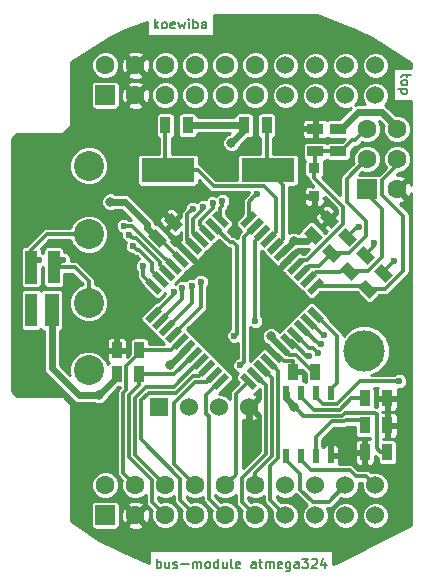
<source format=gbr>
G04 #@! TF.FileFunction,Copper,L1,Top,Signal*
%FSLAX46Y46*%
G04 Gerber Fmt 4.6, Leading zero omitted, Abs format (unit mm)*
G04 Created by KiCad (PCBNEW (2015-08-30 BZR 6133)-product) date Fr 30 Okt 2015 20:41:11 CET*
%MOMM*%
G01*
G04 APERTURE LIST*
%ADD10C,0.100000*%
%ADD11C,0.150000*%
%ADD12R,1.651000X1.651000*%
%ADD13C,1.600200*%
%ADD14C,1.524000*%
%ADD15R,0.508000X1.143000*%
%ADD16R,0.889000X1.397000*%
%ADD17R,1.524000X1.524000*%
%ADD18C,2.540000*%
%ADD19R,4.500880X1.998980*%
%ADD20R,1.397000X0.889000*%
%ADD21R,0.914400X0.914400*%
%ADD22C,3.500000*%
%ADD23R,1.198880X2.799080*%
%ADD24R,1.000760X2.799080*%
%ADD25C,0.800000*%
%ADD26C,0.600000*%
%ADD27C,0.600000*%
%ADD28C,0.300000*%
%ADD29C,0.254000*%
G04 APERTURE END LIST*
D10*
D11*
X92908093Y-123414405D02*
X92908093Y-122614405D01*
X92908093Y-122919167D02*
X92984284Y-122881071D01*
X93136665Y-122881071D01*
X93212855Y-122919167D01*
X93250950Y-122957262D01*
X93289046Y-123033452D01*
X93289046Y-123262024D01*
X93250950Y-123338214D01*
X93212855Y-123376310D01*
X93136665Y-123414405D01*
X92984284Y-123414405D01*
X92908093Y-123376310D01*
X93974760Y-122881071D02*
X93974760Y-123414405D01*
X93631903Y-122881071D02*
X93631903Y-123300119D01*
X93669998Y-123376310D01*
X93746189Y-123414405D01*
X93860475Y-123414405D01*
X93936665Y-123376310D01*
X93974760Y-123338214D01*
X94317618Y-123376310D02*
X94393808Y-123414405D01*
X94546189Y-123414405D01*
X94622380Y-123376310D01*
X94660475Y-123300119D01*
X94660475Y-123262024D01*
X94622380Y-123185833D01*
X94546189Y-123147738D01*
X94431904Y-123147738D01*
X94355713Y-123109643D01*
X94317618Y-123033452D01*
X94317618Y-122995357D01*
X94355713Y-122919167D01*
X94431904Y-122881071D01*
X94546189Y-122881071D01*
X94622380Y-122919167D01*
X95003332Y-123109643D02*
X95612856Y-123109643D01*
X95993808Y-123414405D02*
X95993808Y-122881071D01*
X95993808Y-122957262D02*
X96031903Y-122919167D01*
X96108094Y-122881071D01*
X96222380Y-122881071D01*
X96298570Y-122919167D01*
X96336665Y-122995357D01*
X96336665Y-123414405D01*
X96336665Y-122995357D02*
X96374761Y-122919167D01*
X96450951Y-122881071D01*
X96565237Y-122881071D01*
X96641427Y-122919167D01*
X96679522Y-122995357D01*
X96679522Y-123414405D01*
X97174761Y-123414405D02*
X97098570Y-123376310D01*
X97060475Y-123338214D01*
X97022380Y-123262024D01*
X97022380Y-123033452D01*
X97060475Y-122957262D01*
X97098570Y-122919167D01*
X97174761Y-122881071D01*
X97289047Y-122881071D01*
X97365237Y-122919167D01*
X97403332Y-122957262D01*
X97441428Y-123033452D01*
X97441428Y-123262024D01*
X97403332Y-123338214D01*
X97365237Y-123376310D01*
X97289047Y-123414405D01*
X97174761Y-123414405D01*
X98127142Y-123414405D02*
X98127142Y-122614405D01*
X98127142Y-123376310D02*
X98050952Y-123414405D01*
X97898571Y-123414405D01*
X97822380Y-123376310D01*
X97784285Y-123338214D01*
X97746190Y-123262024D01*
X97746190Y-123033452D01*
X97784285Y-122957262D01*
X97822380Y-122919167D01*
X97898571Y-122881071D01*
X98050952Y-122881071D01*
X98127142Y-122919167D01*
X98850952Y-122881071D02*
X98850952Y-123414405D01*
X98508095Y-122881071D02*
X98508095Y-123300119D01*
X98546190Y-123376310D01*
X98622381Y-123414405D01*
X98736667Y-123414405D01*
X98812857Y-123376310D01*
X98850952Y-123338214D01*
X99346191Y-123414405D02*
X99270000Y-123376310D01*
X99231905Y-123300119D01*
X99231905Y-122614405D01*
X99955715Y-123376310D02*
X99879525Y-123414405D01*
X99727144Y-123414405D01*
X99650953Y-123376310D01*
X99612858Y-123300119D01*
X99612858Y-122995357D01*
X99650953Y-122919167D01*
X99727144Y-122881071D01*
X99879525Y-122881071D01*
X99955715Y-122919167D01*
X99993810Y-122995357D01*
X99993810Y-123071548D01*
X99612858Y-123147738D01*
X101289048Y-123414405D02*
X101289048Y-122995357D01*
X101250953Y-122919167D01*
X101174763Y-122881071D01*
X101022382Y-122881071D01*
X100946191Y-122919167D01*
X101289048Y-123376310D02*
X101212858Y-123414405D01*
X101022382Y-123414405D01*
X100946191Y-123376310D01*
X100908096Y-123300119D01*
X100908096Y-123223929D01*
X100946191Y-123147738D01*
X101022382Y-123109643D01*
X101212858Y-123109643D01*
X101289048Y-123071548D01*
X101555715Y-122881071D02*
X101860477Y-122881071D01*
X101670001Y-122614405D02*
X101670001Y-123300119D01*
X101708096Y-123376310D01*
X101784287Y-123414405D01*
X101860477Y-123414405D01*
X102127144Y-123414405D02*
X102127144Y-122881071D01*
X102127144Y-122957262D02*
X102165239Y-122919167D01*
X102241430Y-122881071D01*
X102355716Y-122881071D01*
X102431906Y-122919167D01*
X102470001Y-122995357D01*
X102470001Y-123414405D01*
X102470001Y-122995357D02*
X102508097Y-122919167D01*
X102584287Y-122881071D01*
X102698573Y-122881071D01*
X102774763Y-122919167D01*
X102812858Y-122995357D01*
X102812858Y-123414405D01*
X103498573Y-123376310D02*
X103422383Y-123414405D01*
X103270002Y-123414405D01*
X103193811Y-123376310D01*
X103155716Y-123300119D01*
X103155716Y-122995357D01*
X103193811Y-122919167D01*
X103270002Y-122881071D01*
X103422383Y-122881071D01*
X103498573Y-122919167D01*
X103536668Y-122995357D01*
X103536668Y-123071548D01*
X103155716Y-123147738D01*
X104222382Y-122881071D02*
X104222382Y-123528690D01*
X104184287Y-123604881D01*
X104146192Y-123642976D01*
X104070001Y-123681071D01*
X103955716Y-123681071D01*
X103879525Y-123642976D01*
X104222382Y-123376310D02*
X104146192Y-123414405D01*
X103993811Y-123414405D01*
X103917620Y-123376310D01*
X103879525Y-123338214D01*
X103841430Y-123262024D01*
X103841430Y-123033452D01*
X103879525Y-122957262D01*
X103917620Y-122919167D01*
X103993811Y-122881071D01*
X104146192Y-122881071D01*
X104222382Y-122919167D01*
X104946192Y-123414405D02*
X104946192Y-122995357D01*
X104908097Y-122919167D01*
X104831907Y-122881071D01*
X104679526Y-122881071D01*
X104603335Y-122919167D01*
X104946192Y-123376310D02*
X104870002Y-123414405D01*
X104679526Y-123414405D01*
X104603335Y-123376310D01*
X104565240Y-123300119D01*
X104565240Y-123223929D01*
X104603335Y-123147738D01*
X104679526Y-123109643D01*
X104870002Y-123109643D01*
X104946192Y-123071548D01*
X105250955Y-122614405D02*
X105746193Y-122614405D01*
X105479526Y-122919167D01*
X105593812Y-122919167D01*
X105670002Y-122957262D01*
X105708098Y-122995357D01*
X105746193Y-123071548D01*
X105746193Y-123262024D01*
X105708098Y-123338214D01*
X105670002Y-123376310D01*
X105593812Y-123414405D01*
X105365240Y-123414405D01*
X105289050Y-123376310D01*
X105250955Y-123338214D01*
X106050955Y-122690595D02*
X106089050Y-122652500D01*
X106165241Y-122614405D01*
X106355717Y-122614405D01*
X106431907Y-122652500D01*
X106470003Y-122690595D01*
X106508098Y-122766786D01*
X106508098Y-122842976D01*
X106470003Y-122957262D01*
X106012860Y-123414405D01*
X106508098Y-123414405D01*
X107193812Y-122881071D02*
X107193812Y-123414405D01*
X107003336Y-122576310D02*
X106812860Y-123147738D01*
X107308098Y-123147738D01*
X92748571Y-77734405D02*
X92748571Y-76934405D01*
X92824762Y-77429643D02*
X93053333Y-77734405D01*
X93053333Y-77201071D02*
X92748571Y-77505833D01*
X93510476Y-77734405D02*
X93434285Y-77696310D01*
X93396190Y-77658214D01*
X93358095Y-77582024D01*
X93358095Y-77353452D01*
X93396190Y-77277262D01*
X93434285Y-77239167D01*
X93510476Y-77201071D01*
X93624762Y-77201071D01*
X93700952Y-77239167D01*
X93739047Y-77277262D01*
X93777143Y-77353452D01*
X93777143Y-77582024D01*
X93739047Y-77658214D01*
X93700952Y-77696310D01*
X93624762Y-77734405D01*
X93510476Y-77734405D01*
X94424762Y-77696310D02*
X94348572Y-77734405D01*
X94196191Y-77734405D01*
X94120000Y-77696310D01*
X94081905Y-77620119D01*
X94081905Y-77315357D01*
X94120000Y-77239167D01*
X94196191Y-77201071D01*
X94348572Y-77201071D01*
X94424762Y-77239167D01*
X94462857Y-77315357D01*
X94462857Y-77391548D01*
X94081905Y-77467738D01*
X94729524Y-77201071D02*
X94881905Y-77734405D01*
X95034286Y-77353452D01*
X95186667Y-77734405D01*
X95339048Y-77201071D01*
X95643809Y-77734405D02*
X95643809Y-77201071D01*
X95643809Y-76934405D02*
X95605714Y-76972500D01*
X95643809Y-77010595D01*
X95681904Y-76972500D01*
X95643809Y-76934405D01*
X95643809Y-77010595D01*
X96024761Y-77734405D02*
X96024761Y-76934405D01*
X96024761Y-77239167D02*
X96100952Y-77201071D01*
X96253333Y-77201071D01*
X96329523Y-77239167D01*
X96367618Y-77277262D01*
X96405714Y-77353452D01*
X96405714Y-77582024D01*
X96367618Y-77658214D01*
X96329523Y-77696310D01*
X96253333Y-77734405D01*
X96100952Y-77734405D01*
X96024761Y-77696310D01*
X97091428Y-77734405D02*
X97091428Y-77315357D01*
X97053333Y-77239167D01*
X96977143Y-77201071D01*
X96824762Y-77201071D01*
X96748571Y-77239167D01*
X97091428Y-77696310D02*
X97015238Y-77734405D01*
X96824762Y-77734405D01*
X96748571Y-77696310D01*
X96710476Y-77620119D01*
X96710476Y-77543929D01*
X96748571Y-77467738D01*
X96824762Y-77429643D01*
X97015238Y-77429643D01*
X97091428Y-77391548D01*
X114141429Y-81576309D02*
X114141429Y-81881071D01*
X114408095Y-81690595D02*
X113722381Y-81690595D01*
X113646190Y-81728690D01*
X113608095Y-81804881D01*
X113608095Y-81881071D01*
X113608095Y-82262024D02*
X113646190Y-82185833D01*
X113684286Y-82147738D01*
X113760476Y-82109643D01*
X113989048Y-82109643D01*
X114065238Y-82147738D01*
X114103333Y-82185833D01*
X114141429Y-82262024D01*
X114141429Y-82376310D01*
X114103333Y-82452500D01*
X114065238Y-82490595D01*
X113989048Y-82528691D01*
X113760476Y-82528691D01*
X113684286Y-82490595D01*
X113646190Y-82452500D01*
X113608095Y-82376310D01*
X113608095Y-82262024D01*
X114141429Y-82871548D02*
X113341429Y-82871548D01*
X114103333Y-82871548D02*
X114141429Y-82947739D01*
X114141429Y-83100120D01*
X114103333Y-83176310D01*
X114065238Y-83214405D01*
X113989048Y-83252501D01*
X113760476Y-83252501D01*
X113684286Y-83214405D01*
X113646190Y-83176310D01*
X113608095Y-83100120D01*
X113608095Y-82947739D01*
X113646190Y-82871548D01*
D12*
X88570000Y-83387500D03*
D13*
X88570000Y-80847500D03*
X91110000Y-83387500D03*
X91110000Y-80847500D03*
X93650000Y-83387500D03*
X93650000Y-80847500D03*
X96190000Y-83387500D03*
X96190000Y-80847500D03*
X98730000Y-83387500D03*
X98730000Y-80847500D03*
X101270000Y-83387500D03*
X101270000Y-80847500D03*
D14*
X103810000Y-83387500D03*
X103810000Y-80847500D03*
X106350000Y-83387500D03*
X106350000Y-80847500D03*
X108890000Y-83387500D03*
X108890000Y-80847500D03*
X111430000Y-83387500D03*
X111430000Y-80847500D03*
D15*
X107655000Y-113917000D03*
X107655000Y-108583000D03*
X106385000Y-113917000D03*
X105115000Y-113917000D03*
X103845000Y-113917000D03*
X106385000Y-108583000D03*
X105115000Y-108583000D03*
X103845000Y-108583000D03*
D16*
X112452500Y-109041500D03*
X110547500Y-109041500D03*
D17*
X93142000Y-109803500D03*
D14*
X95682000Y-109803500D03*
X98222000Y-109803500D03*
X100762000Y-109803500D03*
D18*
X87170000Y-89352500D03*
D19*
X102344420Y-89737500D03*
X93845580Y-89737500D03*
D16*
X100317500Y-85927500D03*
X102222500Y-85927500D03*
X95555000Y-85927500D03*
X93650000Y-85927500D03*
D10*
G36*
X107351914Y-93081758D02*
X108339742Y-94069586D01*
X107711124Y-94698204D01*
X106723296Y-93710376D01*
X107351914Y-93081758D01*
X107351914Y-93081758D01*
G37*
G36*
X106004876Y-94428796D02*
X106992704Y-95416624D01*
X106364086Y-96045242D01*
X105376258Y-95057414D01*
X106004876Y-94428796D01*
X106004876Y-94428796D01*
G37*
G36*
X94143914Y-93335758D02*
X95131742Y-94323586D01*
X94503124Y-94952204D01*
X93515296Y-93964376D01*
X94143914Y-93335758D01*
X94143914Y-93335758D01*
G37*
G36*
X92796876Y-94682796D02*
X93784704Y-95670624D01*
X93156086Y-96299242D01*
X92168258Y-95311414D01*
X92796876Y-94682796D01*
X92796876Y-94682796D01*
G37*
D16*
X104447500Y-106800000D03*
X106352500Y-106800000D03*
X110547500Y-113613500D03*
X112452500Y-113613500D03*
X91452500Y-107009500D03*
X89547500Y-107009500D03*
D20*
X108250000Y-88150000D03*
X108250000Y-86245000D03*
D12*
X88570000Y-118947500D03*
D13*
X88570000Y-116407500D03*
X91110000Y-118947500D03*
X91110000Y-116407500D03*
X93650000Y-118947500D03*
X93650000Y-116407500D03*
X96190000Y-118947500D03*
X96190000Y-116407500D03*
X98730000Y-118947500D03*
X98730000Y-116407500D03*
X101270000Y-118947500D03*
X101270000Y-116407500D03*
D14*
X103810000Y-118947500D03*
X103810000Y-116407500D03*
X106350000Y-118947500D03*
X106350000Y-116407500D03*
X108890000Y-118947500D03*
X108890000Y-116407500D03*
X111430000Y-118947500D03*
X111430000Y-116407500D03*
D18*
X87170000Y-95152500D03*
X87170000Y-100952500D03*
X87170000Y-106652500D03*
D16*
X89547500Y-104977500D03*
X91452500Y-104977500D03*
D10*
G36*
X109412086Y-99093242D02*
X108424258Y-98105414D01*
X109052876Y-97476796D01*
X110040704Y-98464624D01*
X109412086Y-99093242D01*
X109412086Y-99093242D01*
G37*
G36*
X110759124Y-97746204D02*
X109771296Y-96758376D01*
X110399914Y-96129758D01*
X111387742Y-97117586D01*
X110759124Y-97746204D01*
X110759124Y-97746204D01*
G37*
G36*
X110936086Y-100617242D02*
X109948258Y-99629414D01*
X110576876Y-99000796D01*
X111564704Y-99988624D01*
X110936086Y-100617242D01*
X110936086Y-100617242D01*
G37*
G36*
X112283124Y-99270204D02*
X111295296Y-98282376D01*
X111923914Y-97653758D01*
X112911742Y-98641586D01*
X112283124Y-99270204D01*
X112283124Y-99270204D01*
G37*
G36*
X107888086Y-97569242D02*
X106900258Y-96581414D01*
X107528876Y-95952796D01*
X108516704Y-96940624D01*
X107888086Y-97569242D01*
X107888086Y-97569242D01*
G37*
G36*
X109235124Y-96222204D02*
X108247296Y-95234376D01*
X108875914Y-94605758D01*
X109863742Y-95593586D01*
X109235124Y-96222204D01*
X109235124Y-96222204D01*
G37*
D16*
X112452500Y-111327500D03*
X110547500Y-111327500D03*
D20*
X106350000Y-86245000D03*
X106350000Y-88150000D03*
D12*
X110750000Y-91342500D03*
D13*
X113290000Y-91342500D03*
X110750000Y-88802500D03*
X113290000Y-88802500D03*
X110750000Y-86262500D03*
X113290000Y-86262500D03*
D21*
X106250000Y-89577480D03*
X106250000Y-91929520D03*
D22*
X110500000Y-105000000D03*
D23*
X84019620Y-101550860D03*
D24*
X82300040Y-101550860D03*
X84199960Y-97949140D03*
D10*
G36*
X81799660Y-99348680D02*
X81799660Y-96549600D01*
X82800420Y-96549600D01*
X82800420Y-99348680D01*
X81799660Y-99348680D01*
X81799660Y-99348680D01*
G37*
G36*
X106694812Y-98823134D02*
X107083720Y-99212042D01*
X106023060Y-100272702D01*
X105634152Y-99883794D01*
X106694812Y-98823134D01*
X106694812Y-98823134D01*
G37*
G36*
X106129126Y-98257449D02*
X106518034Y-98646357D01*
X105457374Y-99707017D01*
X105068466Y-99318109D01*
X106129126Y-98257449D01*
X106129126Y-98257449D01*
G37*
G36*
X105563441Y-97691764D02*
X105952349Y-98080672D01*
X104891689Y-99141332D01*
X104502781Y-98752424D01*
X105563441Y-97691764D01*
X105563441Y-97691764D01*
G37*
G36*
X104997756Y-97126078D02*
X105386664Y-97514986D01*
X104326004Y-98575646D01*
X103937096Y-98186738D01*
X104997756Y-97126078D01*
X104997756Y-97126078D01*
G37*
G36*
X104432070Y-96560393D02*
X104820978Y-96949301D01*
X103760318Y-98009961D01*
X103371410Y-97621053D01*
X104432070Y-96560393D01*
X104432070Y-96560393D01*
G37*
G36*
X103866385Y-95994707D02*
X104255293Y-96383615D01*
X103194633Y-97444275D01*
X102805725Y-97055367D01*
X103866385Y-95994707D01*
X103866385Y-95994707D01*
G37*
G36*
X103300699Y-95429022D02*
X103689607Y-95817930D01*
X102628947Y-96878590D01*
X102240039Y-96489682D01*
X103300699Y-95429022D01*
X103300699Y-95429022D01*
G37*
G36*
X102735014Y-94863336D02*
X103123922Y-95252244D01*
X102063262Y-96312904D01*
X101674354Y-95923996D01*
X102735014Y-94863336D01*
X102735014Y-94863336D01*
G37*
G36*
X102169328Y-94297651D02*
X102558236Y-94686559D01*
X101497576Y-95747219D01*
X101108668Y-95358311D01*
X102169328Y-94297651D01*
X102169328Y-94297651D01*
G37*
G36*
X101603643Y-93731966D02*
X101992551Y-94120874D01*
X100931891Y-95181534D01*
X100542983Y-94792626D01*
X101603643Y-93731966D01*
X101603643Y-93731966D01*
G37*
G36*
X101037958Y-93166280D02*
X101426866Y-93555188D01*
X100366206Y-94615848D01*
X99977298Y-94226940D01*
X101037958Y-93166280D01*
X101037958Y-93166280D01*
G37*
G36*
X97573134Y-93555188D02*
X97962042Y-93166280D01*
X99022702Y-94226940D01*
X98633794Y-94615848D01*
X97573134Y-93555188D01*
X97573134Y-93555188D01*
G37*
G36*
X97007449Y-94120874D02*
X97396357Y-93731966D01*
X98457017Y-94792626D01*
X98068109Y-95181534D01*
X97007449Y-94120874D01*
X97007449Y-94120874D01*
G37*
G36*
X96441764Y-94686559D02*
X96830672Y-94297651D01*
X97891332Y-95358311D01*
X97502424Y-95747219D01*
X96441764Y-94686559D01*
X96441764Y-94686559D01*
G37*
G36*
X95876078Y-95252244D02*
X96264986Y-94863336D01*
X97325646Y-95923996D01*
X96936738Y-96312904D01*
X95876078Y-95252244D01*
X95876078Y-95252244D01*
G37*
G36*
X95310393Y-95817930D02*
X95699301Y-95429022D01*
X96759961Y-96489682D01*
X96371053Y-96878590D01*
X95310393Y-95817930D01*
X95310393Y-95817930D01*
G37*
G36*
X94744707Y-96383615D02*
X95133615Y-95994707D01*
X96194275Y-97055367D01*
X95805367Y-97444275D01*
X94744707Y-96383615D01*
X94744707Y-96383615D01*
G37*
G36*
X94179022Y-96949301D02*
X94567930Y-96560393D01*
X95628590Y-97621053D01*
X95239682Y-98009961D01*
X94179022Y-96949301D01*
X94179022Y-96949301D01*
G37*
G36*
X93613336Y-97514986D02*
X94002244Y-97126078D01*
X95062904Y-98186738D01*
X94673996Y-98575646D01*
X93613336Y-97514986D01*
X93613336Y-97514986D01*
G37*
G36*
X93047651Y-98080672D02*
X93436559Y-97691764D01*
X94497219Y-98752424D01*
X94108311Y-99141332D01*
X93047651Y-98080672D01*
X93047651Y-98080672D01*
G37*
G36*
X92481966Y-98646357D02*
X92870874Y-98257449D01*
X93931534Y-99318109D01*
X93542626Y-99707017D01*
X92481966Y-98646357D01*
X92481966Y-98646357D01*
G37*
G36*
X91916280Y-99212042D02*
X92305188Y-98823134D01*
X93365848Y-99883794D01*
X92976940Y-100272702D01*
X91916280Y-99212042D01*
X91916280Y-99212042D01*
G37*
G36*
X92976940Y-101227298D02*
X93365848Y-101616206D01*
X92305188Y-102676866D01*
X91916280Y-102287958D01*
X92976940Y-101227298D01*
X92976940Y-101227298D01*
G37*
G36*
X93542626Y-101792983D02*
X93931534Y-102181891D01*
X92870874Y-103242551D01*
X92481966Y-102853643D01*
X93542626Y-101792983D01*
X93542626Y-101792983D01*
G37*
G36*
X94108311Y-102358668D02*
X94497219Y-102747576D01*
X93436559Y-103808236D01*
X93047651Y-103419328D01*
X94108311Y-102358668D01*
X94108311Y-102358668D01*
G37*
G36*
X94673996Y-102924354D02*
X95062904Y-103313262D01*
X94002244Y-104373922D01*
X93613336Y-103985014D01*
X94673996Y-102924354D01*
X94673996Y-102924354D01*
G37*
G36*
X95239682Y-103490039D02*
X95628590Y-103878947D01*
X94567930Y-104939607D01*
X94179022Y-104550699D01*
X95239682Y-103490039D01*
X95239682Y-103490039D01*
G37*
G36*
X95805367Y-104055725D02*
X96194275Y-104444633D01*
X95133615Y-105505293D01*
X94744707Y-105116385D01*
X95805367Y-104055725D01*
X95805367Y-104055725D01*
G37*
G36*
X96371053Y-104621410D02*
X96759961Y-105010318D01*
X95699301Y-106070978D01*
X95310393Y-105682070D01*
X96371053Y-104621410D01*
X96371053Y-104621410D01*
G37*
G36*
X96936738Y-105187096D02*
X97325646Y-105576004D01*
X96264986Y-106636664D01*
X95876078Y-106247756D01*
X96936738Y-105187096D01*
X96936738Y-105187096D01*
G37*
G36*
X97502424Y-105752781D02*
X97891332Y-106141689D01*
X96830672Y-107202349D01*
X96441764Y-106813441D01*
X97502424Y-105752781D01*
X97502424Y-105752781D01*
G37*
G36*
X98068109Y-106318466D02*
X98457017Y-106707374D01*
X97396357Y-107768034D01*
X97007449Y-107379126D01*
X98068109Y-106318466D01*
X98068109Y-106318466D01*
G37*
G36*
X98633794Y-106884152D02*
X99022702Y-107273060D01*
X97962042Y-108333720D01*
X97573134Y-107944812D01*
X98633794Y-106884152D01*
X98633794Y-106884152D01*
G37*
G36*
X99977298Y-107273060D02*
X100366206Y-106884152D01*
X101426866Y-107944812D01*
X101037958Y-108333720D01*
X99977298Y-107273060D01*
X99977298Y-107273060D01*
G37*
G36*
X100542983Y-106707374D02*
X100931891Y-106318466D01*
X101992551Y-107379126D01*
X101603643Y-107768034D01*
X100542983Y-106707374D01*
X100542983Y-106707374D01*
G37*
G36*
X101108668Y-106141689D02*
X101497576Y-105752781D01*
X102558236Y-106813441D01*
X102169328Y-107202349D01*
X101108668Y-106141689D01*
X101108668Y-106141689D01*
G37*
G36*
X101674354Y-105576004D02*
X102063262Y-105187096D01*
X103123922Y-106247756D01*
X102735014Y-106636664D01*
X101674354Y-105576004D01*
X101674354Y-105576004D01*
G37*
G36*
X102240039Y-105010318D02*
X102628947Y-104621410D01*
X103689607Y-105682070D01*
X103300699Y-106070978D01*
X102240039Y-105010318D01*
X102240039Y-105010318D01*
G37*
G36*
X102805725Y-104444633D02*
X103194633Y-104055725D01*
X104255293Y-105116385D01*
X103866385Y-105505293D01*
X102805725Y-104444633D01*
X102805725Y-104444633D01*
G37*
G36*
X103371410Y-103878947D02*
X103760318Y-103490039D01*
X104820978Y-104550699D01*
X104432070Y-104939607D01*
X103371410Y-103878947D01*
X103371410Y-103878947D01*
G37*
G36*
X103937096Y-103313262D02*
X104326004Y-102924354D01*
X105386664Y-103985014D01*
X104997756Y-104373922D01*
X103937096Y-103313262D01*
X103937096Y-103313262D01*
G37*
G36*
X104502781Y-102747576D02*
X104891689Y-102358668D01*
X105952349Y-103419328D01*
X105563441Y-103808236D01*
X104502781Y-102747576D01*
X104502781Y-102747576D01*
G37*
G36*
X105068466Y-102181891D02*
X105457374Y-101792983D01*
X106518034Y-102853643D01*
X106129126Y-103242551D01*
X105068466Y-102181891D01*
X105068466Y-102181891D01*
G37*
G36*
X105634152Y-101616206D02*
X106023060Y-101227298D01*
X107083720Y-102287958D01*
X106694812Y-102676866D01*
X105634152Y-101616206D01*
X105634152Y-101616206D01*
G37*
D25*
X104577561Y-109750000D03*
X88023500Y-108787500D03*
X99238000Y-87451500D03*
X89000000Y-92400000D03*
X102600000Y-103800000D03*
X94000000Y-106200000D03*
X104500000Y-95750000D03*
X101263851Y-113328273D03*
X109144000Y-112343500D03*
X108128000Y-112343500D03*
X88062000Y-113359500D03*
X98477812Y-96409113D03*
X91500000Y-101750000D03*
D26*
X105767337Y-105448502D03*
X106604000Y-105231500D03*
X106858000Y-104469500D03*
X107112000Y-103707500D03*
X113011957Y-97446698D03*
X111349980Y-95858766D03*
X113442106Y-107607515D03*
X110017980Y-94561432D03*
X90591592Y-95209802D03*
X90136050Y-94448450D03*
X91757407Y-97852986D03*
X90919248Y-96183783D03*
X95091496Y-99691856D03*
X94339784Y-100058048D03*
X96641317Y-99175356D03*
X95875842Y-99534311D03*
X98455102Y-92341896D03*
X101400000Y-91737011D03*
X96858495Y-92817388D03*
X97677415Y-92529569D03*
X95987488Y-92981273D03*
X99500000Y-103750000D03*
X101250000Y-102500000D03*
X100000000Y-106250000D03*
X85014000Y-97357500D03*
X82982000Y-97357500D03*
D27*
X104500000Y-95750000D02*
X105671500Y-95750000D01*
X105671500Y-95750000D02*
X106184481Y-95237019D01*
D28*
X104977560Y-110149999D02*
X104577561Y-109750000D01*
X108603225Y-110504521D02*
X105332082Y-110504521D01*
X105332082Y-110504521D02*
X104977560Y-110149999D01*
X108828747Y-110278999D02*
X108603225Y-110504521D01*
X111397499Y-110278999D02*
X108828747Y-110278999D01*
D27*
X89547500Y-107009500D02*
X89547500Y-107263500D01*
X89547500Y-107263500D02*
X88023500Y-108787500D01*
X84019620Y-101550860D02*
X84019620Y-106513860D01*
X84019620Y-106513860D02*
X86293260Y-108787500D01*
X86293260Y-108787500D02*
X88023500Y-108787500D01*
D28*
X106134035Y-106800000D02*
X106352500Y-106800000D01*
X103530509Y-104780509D02*
X104131549Y-105381549D01*
X104715584Y-105381549D02*
X106134035Y-106800000D01*
X104131549Y-105381549D02*
X104715584Y-105381549D01*
D27*
X104177562Y-109350001D02*
X104577561Y-109750000D01*
X103845000Y-108583000D02*
X103845000Y-109017439D01*
X103845000Y-109017439D02*
X104177562Y-109350001D01*
X94000000Y-106200000D02*
X94050000Y-106200000D01*
X94050000Y-106200000D02*
X95469491Y-104780509D01*
X102600000Y-103800000D02*
X102600000Y-103850000D01*
X102600000Y-103850000D02*
X103530509Y-104780509D01*
X111952753Y-84832753D02*
X109916247Y-84832753D01*
X108504000Y-86245000D02*
X108250000Y-86245000D01*
X109916247Y-84832753D02*
X108504000Y-86245000D01*
X92976481Y-95491019D02*
X93109507Y-95491019D01*
D28*
X93109507Y-95491019D02*
X94893129Y-97274641D01*
D27*
X92073519Y-94273519D02*
X92073519Y-94588057D01*
X92073519Y-94588057D02*
X92976481Y-95491019D01*
X89000000Y-92400000D02*
X90200000Y-92400000D01*
X90200000Y-92400000D02*
X92073519Y-94273519D01*
D28*
X112452500Y-113613500D02*
X111860001Y-113613500D01*
X111860001Y-113613500D02*
X111531788Y-113285287D01*
X111531788Y-113285287D02*
X111531788Y-110413288D01*
X111531788Y-110413288D02*
X111430000Y-110311500D01*
D27*
X100317500Y-86372000D02*
X99238000Y-87451500D01*
X100317500Y-85927500D02*
X100317500Y-86372000D01*
X111952753Y-84832753D02*
X113290000Y-86170000D01*
X100317500Y-85927500D02*
X95555000Y-85927500D01*
X104500000Y-95750000D02*
X103541115Y-96708885D01*
D28*
X102222500Y-85927500D02*
X102222500Y-89615580D01*
X102222500Y-89615580D02*
X102344420Y-89737500D01*
X103584884Y-90977964D02*
X102344420Y-89737500D01*
X103584884Y-95533604D02*
X103584884Y-90977964D01*
X102975359Y-96143129D02*
X103584884Y-95533604D01*
X100952500Y-89096920D02*
X100849420Y-89200000D01*
X100849420Y-89200000D02*
X100849420Y-89449420D01*
X93650000Y-85927500D02*
X93650000Y-89541920D01*
X93650000Y-89541920D02*
X93845580Y-89737500D01*
X96396020Y-89737500D02*
X93845580Y-89737500D01*
X97745511Y-91086991D02*
X96396020Y-89737500D01*
X103019128Y-92121628D02*
X101984491Y-91086991D01*
X101984491Y-91086991D02*
X97745511Y-91086991D01*
X103019128Y-94967847D02*
X103019128Y-92121628D01*
X102409603Y-95577372D02*
X103019128Y-94967847D01*
X102409603Y-95577372D02*
X102422628Y-95577372D01*
D27*
X100863852Y-112928274D02*
X101263851Y-113328273D01*
X100762000Y-112826422D02*
X100863852Y-112928274D01*
X100762000Y-109803500D02*
X100762000Y-112826422D01*
D28*
X103004371Y-105356871D02*
X103187619Y-105356871D01*
X103296619Y-105430517D02*
X103721405Y-105855303D01*
X103187619Y-105356871D02*
X103261265Y-105430517D01*
X103261265Y-105430517D02*
X103296619Y-105430517D01*
X103721405Y-105855303D02*
X103898183Y-105855303D01*
X103898183Y-105855303D02*
X103924439Y-105881559D01*
X103924439Y-105881559D02*
X104447500Y-105881559D01*
X104447500Y-105881559D02*
X104447500Y-106800000D01*
X91452500Y-107009500D02*
X94371871Y-107009500D01*
X94371871Y-107009500D02*
X96035177Y-105346194D01*
X91452500Y-107924754D02*
X91452500Y-107009500D01*
X92499899Y-117797399D02*
X92499899Y-115964522D01*
X90569533Y-108807721D02*
X91452500Y-107924754D01*
X90569532Y-114034154D02*
X90569533Y-108807721D01*
X92499899Y-115964522D02*
X90569532Y-114034154D01*
X93650000Y-118947500D02*
X92499899Y-117797399D01*
X91452500Y-104977500D02*
X94141129Y-104977500D01*
X94141129Y-104977500D02*
X94903806Y-104214823D01*
X90309901Y-115607401D02*
X91110000Y-116407500D01*
X90342001Y-106341999D02*
X90342001Y-108328131D01*
X91452500Y-105231500D02*
X90342001Y-106341999D01*
X90069523Y-115367023D02*
X90309901Y-115607401D01*
X90069523Y-108600609D02*
X90069523Y-115367023D01*
X90342001Y-108328131D02*
X90069523Y-108600609D01*
X91452500Y-104977500D02*
X91452500Y-105231500D01*
X94893129Y-104234949D02*
X94893129Y-104225359D01*
X102422628Y-105922628D02*
X103194615Y-106694615D01*
X103194615Y-106694615D02*
X103194615Y-114119129D01*
X103194615Y-114119129D02*
X102540000Y-114773744D01*
X102540000Y-114773744D02*
X102540000Y-117677500D01*
X102540000Y-117677500D02*
X103048001Y-118185501D01*
X103048001Y-118185501D02*
X103810000Y-118947500D01*
X102660000Y-107304113D02*
X102660000Y-113946622D01*
X101833452Y-106477565D02*
X102660000Y-107304113D01*
X101270000Y-115336622D02*
X101270000Y-116407500D01*
X102660000Y-113946622D02*
X101270000Y-115336622D01*
X101267767Y-107043250D02*
X102159990Y-107935473D01*
X102159990Y-107935473D02*
X102159990Y-113739510D01*
X102159990Y-113739510D02*
X100119899Y-115779601D01*
X100119899Y-115779601D02*
X100119899Y-117797399D01*
X100119899Y-117797399D02*
X101270000Y-118947500D01*
X100702082Y-107608936D02*
X99649999Y-108661019D01*
X99649999Y-108661019D02*
X99649999Y-115487501D01*
X99649999Y-115487501D02*
X99530099Y-115607401D01*
X99530099Y-115607401D02*
X98730000Y-116407500D01*
X100712335Y-107619896D02*
X100712335Y-107662337D01*
X98730000Y-118947500D02*
X97340101Y-117557601D01*
X97340101Y-117557601D02*
X97340101Y-110567363D01*
X97109999Y-108796855D02*
X97696878Y-108209976D01*
X97696878Y-108209976D02*
X98297918Y-107608936D01*
X97340101Y-110567363D02*
X97109999Y-110337261D01*
X97109999Y-110337261D02*
X97109999Y-108796855D01*
X94412000Y-109427738D02*
X94412000Y-114629500D01*
X94412000Y-114629500D02*
X96190000Y-116407500D01*
X97732233Y-107043250D02*
X97131193Y-107644290D01*
X97131193Y-107644290D02*
X96195448Y-107644290D01*
X96195448Y-107644290D02*
X94412000Y-109427738D01*
X97721909Y-107054140D02*
X97695860Y-107054140D01*
X96500258Y-107144279D02*
X97156153Y-106488384D01*
X95988337Y-107144279D02*
X96500258Y-107144279D01*
X94574604Y-108558012D02*
X95988337Y-107144279D01*
X92233486Y-108558012D02*
X94574604Y-108558012D01*
X91569554Y-112494176D02*
X91569554Y-109221944D01*
X94920000Y-115844622D02*
X91569554Y-112494176D01*
X96190000Y-118947500D02*
X94920000Y-117677500D01*
X91569554Y-109221944D02*
X92233486Y-108558012D01*
X94920000Y-117677500D02*
X94920000Y-115844622D01*
X96502866Y-105922628D02*
X96590397Y-105922628D01*
X93650000Y-116407500D02*
X91069544Y-113827044D01*
X91069544Y-113827044D02*
X91069544Y-109014832D01*
X91069544Y-109014832D02*
X92026375Y-108058001D01*
X92026375Y-108058001D02*
X94367493Y-108058001D01*
X94367493Y-108058001D02*
X96502866Y-105922628D01*
X105576126Y-105448502D02*
X105767337Y-105448502D01*
X104352983Y-104225359D02*
X105576126Y-105448502D01*
X104106871Y-104225359D02*
X104352983Y-104225359D01*
X104225359Y-104225359D02*
X104106871Y-104225359D01*
X104106871Y-104225359D02*
X104106871Y-104306871D01*
X105262920Y-104250178D02*
X104661880Y-103649138D01*
X105812816Y-104800074D02*
X105262920Y-104250178D01*
X106604000Y-105231500D02*
X106172574Y-104800074D01*
X106172574Y-104800074D02*
X105812816Y-104800074D01*
X106858000Y-104469500D02*
X106613613Y-104469500D01*
X106613613Y-104469500D02*
X105227565Y-103083452D01*
X105238384Y-103238384D02*
X105238384Y-103093847D01*
X105238384Y-103093847D02*
X105293847Y-103093847D01*
X107112000Y-103707500D02*
X106982983Y-103707500D01*
X106982983Y-103707500D02*
X105793250Y-102517767D01*
X105804140Y-102528091D02*
X105922708Y-102528091D01*
X112103519Y-98461981D02*
X112103519Y-98355136D01*
X112103519Y-98355136D02*
X113011957Y-97446698D01*
X105080000Y-116783262D02*
X105080000Y-115469500D01*
X105080000Y-115469500D02*
X103845000Y-114234500D01*
X103845000Y-114234500D02*
X103845000Y-113917000D01*
X108890000Y-116407500D02*
X107462001Y-117835499D01*
X107462001Y-117835499D02*
X106132237Y-117835499D01*
X106132237Y-117835499D02*
X105080000Y-116783262D01*
X111349980Y-96167520D02*
X111349980Y-95858766D01*
X110579519Y-96937981D02*
X111349980Y-96167520D01*
X110085987Y-107607515D02*
X113017842Y-107607515D01*
X108189001Y-109504501D02*
X110085987Y-107607515D01*
X106989001Y-109504501D02*
X108189001Y-109504501D01*
X106385000Y-108900500D02*
X106989001Y-109504501D01*
X106385000Y-108583000D02*
X106385000Y-108900500D01*
X113017842Y-107607515D02*
X113442106Y-107607515D01*
X110223519Y-96576481D02*
X110173519Y-96576481D01*
X109908068Y-94561432D02*
X110017980Y-94561432D01*
X109055519Y-95413981D02*
X109908068Y-94561432D01*
X109265762Y-115137500D02*
X106018000Y-115137500D01*
X106018000Y-115137500D02*
X105115000Y-114234500D01*
X105115000Y-114234500D02*
X105115000Y-113917000D01*
X111430000Y-116407500D02*
X110668001Y-115645501D01*
X110668001Y-115645501D02*
X109773763Y-115645501D01*
X109773763Y-115645501D02*
X109265762Y-115137500D01*
X93152091Y-97497359D02*
X91164533Y-95509801D01*
X91164533Y-95509801D02*
X90891591Y-95509801D01*
X93761616Y-98406153D02*
X93152091Y-97796628D01*
X90891591Y-95509801D02*
X90591592Y-95209802D01*
X93152091Y-97796628D02*
X93152091Y-97497359D01*
X93650000Y-82770000D02*
X93770000Y-82770000D01*
X90560314Y-94448450D02*
X90136050Y-94448450D01*
X90810304Y-94448450D02*
X90560314Y-94448450D01*
X93592726Y-97230872D02*
X90810304Y-94448450D01*
X94327372Y-97840397D02*
X93717847Y-97230872D01*
X93717847Y-97230872D02*
X93592726Y-97230872D01*
X93650000Y-80230000D02*
X93650000Y-80350000D01*
X92630104Y-99537665D02*
X91757407Y-98664968D01*
X91757407Y-98277250D02*
X91757407Y-97852986D01*
X91757407Y-98664968D02*
X91757407Y-98277250D01*
X92537665Y-99537665D02*
X92630104Y-99537665D01*
X91219247Y-96483782D02*
X90919248Y-96183783D01*
X91431392Y-96483782D02*
X91219247Y-96483782D01*
X92509275Y-97561665D02*
X91431392Y-96483782D01*
X93195860Y-98971909D02*
X92509275Y-98285324D01*
X92509275Y-98285324D02*
X92509275Y-97561665D01*
X96190000Y-80230000D02*
X96190000Y-80310000D01*
X93195860Y-102528091D02*
X95091496Y-100632455D01*
X95091496Y-100632455D02*
X95091496Y-100116120D01*
X95091496Y-100116120D02*
X95091496Y-99691856D01*
X98730000Y-82770000D02*
X98730000Y-83520000D01*
X94339784Y-100252655D02*
X94339784Y-100058048D01*
X92630104Y-101962335D02*
X94339784Y-100252655D01*
X98730000Y-80230000D02*
X98730000Y-80270000D01*
X96641317Y-101345658D02*
X96641317Y-99599620D01*
X94327372Y-103659603D02*
X96641317Y-101345658D01*
X96641317Y-99599620D02*
X96641317Y-99175356D01*
X95875842Y-100979621D02*
X95875842Y-99958575D01*
X95875842Y-99958575D02*
X95875842Y-99534311D01*
X93761616Y-103093847D02*
X95875842Y-100979621D01*
X93761616Y-103093847D02*
X93906153Y-103093847D01*
X98455102Y-92752485D02*
X98455102Y-92341896D01*
X98287665Y-93880104D02*
X98287665Y-92919922D01*
X98287665Y-92919922D02*
X98455102Y-92752485D01*
X101100001Y-92037010D02*
X101400000Y-91737011D01*
X100712335Y-93880104D02*
X100712335Y-92424676D01*
X100712335Y-92424676D02*
X101100001Y-92037010D01*
X100712335Y-93880104D02*
X100712335Y-93787665D01*
X96858495Y-93029532D02*
X96858495Y-92817388D01*
X96026744Y-95013719D02*
X96026744Y-93861283D01*
X96590397Y-95577372D02*
X96026744Y-95013719D01*
X96026744Y-93861283D02*
X96858495Y-93029532D01*
X96590397Y-95577372D02*
X96577372Y-95577372D01*
X97156153Y-95011616D02*
X96546628Y-94402091D01*
X96546628Y-94048521D02*
X97677415Y-92917734D01*
X96546628Y-94402091D02*
X96546628Y-94048521D01*
X97677415Y-92917734D02*
X97677415Y-92529569D01*
X95893129Y-96143129D02*
X96024641Y-96143129D01*
X96024641Y-96143129D02*
X95494813Y-95613301D01*
X95494813Y-95613301D02*
X95494813Y-93473948D01*
X95494813Y-93473948D02*
X95687489Y-93281272D01*
X95687489Y-93281272D02*
X95987488Y-92981273D01*
X109232481Y-98285019D02*
X110797661Y-98285019D01*
X110797661Y-98285019D02*
X112000000Y-97082680D01*
X112000000Y-97082680D02*
X112000000Y-93000000D01*
X105793250Y-98982233D02*
X106394290Y-98381193D01*
X106394290Y-98381193D02*
X108407689Y-98381193D01*
X108407689Y-98381193D02*
X108503863Y-98285019D01*
X108503863Y-98285019D02*
X109232481Y-98285019D01*
X110750000Y-91250000D02*
X110750000Y-91750000D01*
X110750000Y-91750000D02*
X112000000Y-93000000D01*
X105804140Y-98971909D02*
X105804140Y-98945860D01*
X110750000Y-88710000D02*
X109000000Y-90460000D01*
X109000000Y-92387500D02*
X110668000Y-94055500D01*
X109000000Y-90460000D02*
X109000000Y-92387500D01*
X110668000Y-94055500D02*
X110668000Y-95319819D01*
X110668000Y-95319819D02*
X109226800Y-96761019D01*
X109226800Y-96761019D02*
X107708481Y-96761019D01*
X105227565Y-98416548D02*
X105828605Y-97815508D01*
X105828605Y-97815508D02*
X106653992Y-97815508D01*
X106653992Y-97815508D02*
X107323462Y-97146038D01*
X107323462Y-97146038D02*
X107708481Y-96761019D01*
X105238384Y-98406153D02*
X105343847Y-98406153D01*
X110756481Y-99809019D02*
X112239301Y-99809019D01*
X112239301Y-99809019D02*
X113800000Y-98248320D01*
X113800000Y-98248320D02*
X113800000Y-93600000D01*
X106358936Y-99547918D02*
X110495380Y-99547918D01*
X110495380Y-99547918D02*
X110756481Y-99809019D01*
X113290000Y-88710000D02*
X113290000Y-89310000D01*
X113290000Y-89310000D02*
X112000000Y-90600000D01*
X112000000Y-90600000D02*
X112000000Y-91800000D01*
X112000000Y-91800000D02*
X113800000Y-93600000D01*
X110212335Y-99537665D02*
X110326481Y-99423519D01*
X109803000Y-109041500D02*
X110547500Y-109041500D01*
X106219011Y-110004511D02*
X108396113Y-110004511D01*
X109359124Y-109041500D02*
X109803000Y-109041500D01*
X108396113Y-110004511D02*
X109359124Y-109041500D01*
X105115000Y-108900500D02*
X106219011Y-110004511D01*
X105115000Y-108583000D02*
X105115000Y-108900500D01*
X107745468Y-111004532D02*
X106385000Y-112365000D01*
X110122966Y-110902966D02*
X108911902Y-110902966D01*
X110547500Y-111327500D02*
X110122966Y-110902966D01*
X108911902Y-110902966D02*
X108810336Y-111004532D01*
X108810336Y-111004532D02*
X107745468Y-111004532D01*
X106385000Y-112365000D02*
X106385000Y-113917000D01*
X97721909Y-94445860D02*
X99091720Y-95815671D01*
X99091720Y-95815671D02*
X99368374Y-95815671D01*
X99368374Y-95815671D02*
X99687875Y-96135172D01*
X99687875Y-103562125D02*
X99500000Y-103750000D01*
X99687875Y-96135172D02*
X99687875Y-103562125D01*
X101843847Y-95011616D02*
X101843847Y-95156153D01*
X101843847Y-95156153D02*
X101250000Y-95750000D01*
X101250000Y-95750000D02*
X101250000Y-102500000D01*
X100299999Y-95423952D02*
X101278091Y-94445860D01*
X100000000Y-106250000D02*
X100299999Y-105950001D01*
X100299999Y-105950001D02*
X100299999Y-95423952D01*
X108689752Y-92839252D02*
X106250000Y-90399500D01*
X106250000Y-90399500D02*
X106250000Y-89577480D01*
X105603746Y-97341754D02*
X108689752Y-94255748D01*
X108689752Y-94255748D02*
X108689752Y-92839252D01*
X104661880Y-97850862D02*
X105170988Y-97341754D01*
X105170988Y-97341754D02*
X105603746Y-97341754D01*
X104672628Y-97840397D02*
X104759603Y-97840397D01*
X106350000Y-88150000D02*
X106350000Y-89731480D01*
X106350000Y-89731480D02*
X106250000Y-89831480D01*
X108250000Y-88150000D02*
X106350000Y-88150000D01*
X109722972Y-87197028D02*
X109456972Y-87197028D01*
X109456972Y-87197028D02*
X108504000Y-88150000D01*
X108504000Y-88150000D02*
X108250000Y-88150000D01*
X106250060Y-89848240D02*
X106250000Y-89848180D01*
X109722972Y-87197028D02*
X110750000Y-86170000D01*
X104672628Y-97840397D02*
X104672628Y-97827372D01*
X107655000Y-108265500D02*
X107655000Y-108583000D01*
X108209000Y-107711500D02*
X107655000Y-108265500D01*
X108209000Y-103801439D02*
X108209000Y-107711500D01*
X106369896Y-101962335D02*
X108209000Y-103801439D01*
X84199960Y-97949140D02*
X84422360Y-97949140D01*
X84422360Y-97949140D02*
X85014000Y-97357500D01*
X87170000Y-100952500D02*
X87170000Y-99156449D01*
X87170000Y-99156449D02*
X85962691Y-97949140D01*
X85962691Y-97949140D02*
X84199960Y-97949140D01*
X84250820Y-98000000D02*
X84199960Y-97949140D01*
X84199960Y-97949140D02*
X84199960Y-97049980D01*
X82982000Y-97357500D02*
X82891680Y-97357500D01*
X82891680Y-97357500D02*
X82300040Y-97949140D01*
X87170000Y-95152500D02*
X83597140Y-95152500D01*
X83597140Y-95152500D02*
X82300040Y-96449600D01*
X82300040Y-96449600D02*
X82300040Y-97949140D01*
X86539940Y-94710000D02*
X87020200Y-94710000D01*
D29*
G36*
X109722721Y-77844157D02*
X111124614Y-78544849D01*
X114478000Y-80663486D01*
X114478000Y-81044119D01*
X112954000Y-81044119D01*
X112954000Y-83860882D01*
X114478000Y-83860882D01*
X114478000Y-90970478D01*
X114371615Y-90713642D01*
X114184010Y-90628095D01*
X113469605Y-91342500D01*
X114184010Y-92056905D01*
X114371615Y-91971358D01*
X114478000Y-91661056D01*
X114478000Y-119778114D01*
X108228608Y-122903636D01*
X107878384Y-123034970D01*
X107878384Y-121886500D01*
X92261617Y-121886500D01*
X92261617Y-123032852D01*
X90163527Y-122100367D01*
X88026200Y-121031499D01*
X85627000Y-119432032D01*
X85627000Y-118122000D01*
X87356036Y-118122000D01*
X87356036Y-119773000D01*
X87382603Y-119914190D01*
X87466046Y-120043865D01*
X87593366Y-120130859D01*
X87744500Y-120161464D01*
X89395500Y-120161464D01*
X89536690Y-120134897D01*
X89666365Y-120051454D01*
X89753359Y-119924134D01*
X89770090Y-119841510D01*
X90395595Y-119841510D01*
X90481142Y-120029115D01*
X90942927Y-120187435D01*
X91430148Y-120156987D01*
X91738858Y-120029115D01*
X91824405Y-119841510D01*
X91110000Y-119127105D01*
X90395595Y-119841510D01*
X89770090Y-119841510D01*
X89783964Y-119773000D01*
X89783964Y-118780427D01*
X89870065Y-118780427D01*
X89900513Y-119267648D01*
X90028385Y-119576358D01*
X90215990Y-119661905D01*
X90930395Y-118947500D01*
X91289605Y-118947500D01*
X92004010Y-119661905D01*
X92191615Y-119576358D01*
X92349935Y-119114573D01*
X92319487Y-118627352D01*
X92191615Y-118318642D01*
X92004010Y-118233095D01*
X91289605Y-118947500D01*
X90930395Y-118947500D01*
X90215990Y-118233095D01*
X90028385Y-118318642D01*
X89870065Y-118780427D01*
X89783964Y-118780427D01*
X89783964Y-118122000D01*
X89771073Y-118053490D01*
X90395595Y-118053490D01*
X91110000Y-118767895D01*
X91824405Y-118053490D01*
X91738858Y-117865885D01*
X91277073Y-117707565D01*
X90789852Y-117738013D01*
X90481142Y-117865885D01*
X90395595Y-118053490D01*
X89771073Y-118053490D01*
X89757397Y-117980810D01*
X89673954Y-117851135D01*
X89546634Y-117764141D01*
X89395500Y-117733536D01*
X87744500Y-117733536D01*
X87603310Y-117760103D01*
X87473635Y-117843546D01*
X87386641Y-117970866D01*
X87356036Y-118122000D01*
X85627000Y-118122000D01*
X85627000Y-116641405D01*
X87388696Y-116641405D01*
X87568128Y-117075665D01*
X87900087Y-117408204D01*
X88334034Y-117588394D01*
X88803905Y-117588804D01*
X89238165Y-117409372D01*
X89570704Y-117077413D01*
X89750894Y-116643466D01*
X89751304Y-116173595D01*
X89571872Y-115739335D01*
X89239913Y-115406796D01*
X88805966Y-115226606D01*
X88336095Y-115226196D01*
X87901835Y-115405628D01*
X87569296Y-115737587D01*
X87389106Y-116171534D01*
X87388696Y-116641405D01*
X85627000Y-116641405D01*
X85627000Y-109500000D01*
X85616994Y-109450590D01*
X85589803Y-109410197D01*
X85089803Y-108910197D01*
X85047789Y-108882334D01*
X85000000Y-108873000D01*
X81052606Y-108873000D01*
X80627000Y-108447394D01*
X80627000Y-100151320D01*
X81411196Y-100151320D01*
X81411196Y-102950400D01*
X81437763Y-103091590D01*
X81521206Y-103221265D01*
X81648526Y-103308259D01*
X81799660Y-103338864D01*
X82800420Y-103338864D01*
X82941610Y-103312297D01*
X83071285Y-103228854D01*
X83110077Y-103172080D01*
X83141726Y-103221265D01*
X83269046Y-103308259D01*
X83338620Y-103322348D01*
X83338620Y-106513860D01*
X83390458Y-106774468D01*
X83538080Y-106995400D01*
X85811718Y-109269037D01*
X85811720Y-109269040D01*
X85969592Y-109374526D01*
X86032653Y-109416662D01*
X86293260Y-109468501D01*
X86293265Y-109468500D01*
X87626967Y-109468500D01*
X87867468Y-109568364D01*
X88178169Y-109568636D01*
X88465323Y-109449986D01*
X88685214Y-109230479D01*
X88785771Y-108988309D01*
X89677615Y-108096464D01*
X89811001Y-108096464D01*
X89811001Y-108108183D01*
X89694049Y-108225135D01*
X89578943Y-108397404D01*
X89538523Y-108600609D01*
X89538523Y-115367023D01*
X89578943Y-115570228D01*
X89694049Y-115742497D01*
X89986020Y-116034468D01*
X89929106Y-116171534D01*
X89928696Y-116641405D01*
X90108128Y-117075665D01*
X90440087Y-117408204D01*
X90874034Y-117588394D01*
X91343905Y-117588804D01*
X91778165Y-117409372D01*
X91968899Y-117218971D01*
X91968899Y-117797399D01*
X92009319Y-118000604D01*
X92124425Y-118172873D01*
X92526021Y-118574468D01*
X92469106Y-118711534D01*
X92468696Y-119181405D01*
X92648128Y-119615665D01*
X92980087Y-119948204D01*
X93414034Y-120128394D01*
X93883905Y-120128804D01*
X94318165Y-119949372D01*
X94650704Y-119617413D01*
X94830894Y-119183466D01*
X94831304Y-118713595D01*
X94651872Y-118279335D01*
X94319913Y-117946796D01*
X93885966Y-117766606D01*
X93416095Y-117766196D01*
X93277082Y-117823635D01*
X93030899Y-117577451D01*
X93030899Y-117429303D01*
X93414034Y-117588394D01*
X93883905Y-117588804D01*
X94318165Y-117409372D01*
X94389000Y-117338661D01*
X94389000Y-117677500D01*
X94429420Y-117880705D01*
X94544526Y-118052974D01*
X95066020Y-118574468D01*
X95009106Y-118711534D01*
X95008696Y-119181405D01*
X95188128Y-119615665D01*
X95520087Y-119948204D01*
X95954034Y-120128394D01*
X96423905Y-120128804D01*
X96858165Y-119949372D01*
X97190704Y-119617413D01*
X97370894Y-119183466D01*
X97371304Y-118713595D01*
X97191872Y-118279335D01*
X96859913Y-117946796D01*
X96425966Y-117766606D01*
X95956095Y-117766196D01*
X95817083Y-117823635D01*
X95451000Y-117457552D01*
X95451000Y-117338996D01*
X95520087Y-117408204D01*
X95954034Y-117588394D01*
X96423905Y-117588804D01*
X96809101Y-117429645D01*
X96809101Y-117557601D01*
X96849521Y-117760806D01*
X96964627Y-117933075D01*
X97606020Y-118574468D01*
X97549106Y-118711534D01*
X97548696Y-119181405D01*
X97728128Y-119615665D01*
X98060087Y-119948204D01*
X98494034Y-120128394D01*
X98963905Y-120128804D01*
X99398165Y-119949372D01*
X99730704Y-119617413D01*
X99910894Y-119183466D01*
X99911304Y-118713595D01*
X99731872Y-118279335D01*
X99399913Y-117946796D01*
X98965966Y-117766606D01*
X98496095Y-117766196D01*
X98357083Y-117823635D01*
X97871101Y-117337653D01*
X97871101Y-117218888D01*
X98060087Y-117408204D01*
X98494034Y-117588394D01*
X98963905Y-117588804D01*
X99398165Y-117409372D01*
X99588899Y-117218971D01*
X99588899Y-117797399D01*
X99629319Y-118000604D01*
X99744425Y-118172873D01*
X100146021Y-118574468D01*
X100089106Y-118711534D01*
X100088696Y-119181405D01*
X100268128Y-119615665D01*
X100600087Y-119948204D01*
X101034034Y-120128394D01*
X101503905Y-120128804D01*
X101938165Y-119949372D01*
X102270704Y-119617413D01*
X102450894Y-119183466D01*
X102451304Y-118713595D01*
X102271872Y-118279335D01*
X101939913Y-117946796D01*
X101505966Y-117766606D01*
X101036095Y-117766196D01*
X100897082Y-117823635D01*
X100650899Y-117577451D01*
X100650899Y-117429303D01*
X101034034Y-117588394D01*
X101503905Y-117588804D01*
X101938165Y-117409372D01*
X102009000Y-117338661D01*
X102009000Y-117677500D01*
X102049420Y-117880705D01*
X102164526Y-118052974D01*
X102715170Y-118603618D01*
X102667199Y-118719146D01*
X102666802Y-119173859D01*
X102840446Y-119594112D01*
X103161697Y-119915923D01*
X103581646Y-120090301D01*
X104036359Y-120090698D01*
X104456612Y-119917054D01*
X104778423Y-119595803D01*
X104952801Y-119175854D01*
X104953198Y-118721141D01*
X104779554Y-118300888D01*
X104458303Y-117979077D01*
X104038354Y-117804699D01*
X103583641Y-117804302D01*
X103466253Y-117852805D01*
X103071000Y-117457552D01*
X103071000Y-117285068D01*
X103161697Y-117375923D01*
X103581646Y-117550301D01*
X104036359Y-117550698D01*
X104456612Y-117377054D01*
X104692836Y-117141241D01*
X104704526Y-117158736D01*
X105613484Y-118067694D01*
X105381577Y-118299197D01*
X105207199Y-118719146D01*
X105206802Y-119173859D01*
X105380446Y-119594112D01*
X105701697Y-119915923D01*
X106121646Y-120090301D01*
X106576359Y-120090698D01*
X106996612Y-119917054D01*
X107318423Y-119595803D01*
X107492801Y-119175854D01*
X107492802Y-119173859D01*
X107746802Y-119173859D01*
X107920446Y-119594112D01*
X108241697Y-119915923D01*
X108661646Y-120090301D01*
X109116359Y-120090698D01*
X109536612Y-119917054D01*
X109858423Y-119595803D01*
X110032801Y-119175854D01*
X110032802Y-119173859D01*
X110286802Y-119173859D01*
X110460446Y-119594112D01*
X110781697Y-119915923D01*
X111201646Y-120090301D01*
X111656359Y-120090698D01*
X112076612Y-119917054D01*
X112398423Y-119595803D01*
X112572801Y-119175854D01*
X112573198Y-118721141D01*
X112399554Y-118300888D01*
X112078303Y-117979077D01*
X111658354Y-117804699D01*
X111203641Y-117804302D01*
X110783388Y-117977946D01*
X110461577Y-118299197D01*
X110287199Y-118719146D01*
X110286802Y-119173859D01*
X110032802Y-119173859D01*
X110033198Y-118721141D01*
X109859554Y-118300888D01*
X109538303Y-117979077D01*
X109118354Y-117804699D01*
X108663641Y-117804302D01*
X108243388Y-117977946D01*
X107921577Y-118299197D01*
X107747199Y-118719146D01*
X107746802Y-119173859D01*
X107492802Y-119173859D01*
X107493198Y-118721141D01*
X107346664Y-118366499D01*
X107462001Y-118366499D01*
X107665206Y-118326079D01*
X107837475Y-118210973D01*
X108546118Y-117502330D01*
X108661646Y-117550301D01*
X109116359Y-117550698D01*
X109536612Y-117377054D01*
X109858423Y-117055803D01*
X110032801Y-116635854D01*
X110033198Y-116181141D01*
X110031281Y-116176501D01*
X110288297Y-116176501D01*
X110287199Y-116179146D01*
X110286802Y-116633859D01*
X110460446Y-117054112D01*
X110781697Y-117375923D01*
X111201646Y-117550301D01*
X111656359Y-117550698D01*
X112076612Y-117377054D01*
X112398423Y-117055803D01*
X112572801Y-116635854D01*
X112573198Y-116181141D01*
X112399554Y-115760888D01*
X112078303Y-115439077D01*
X111658354Y-115264699D01*
X111203641Y-115264302D01*
X111086253Y-115312805D01*
X111043475Y-115270027D01*
X110871206Y-115154921D01*
X110668001Y-115114501D01*
X109993711Y-115114501D01*
X109641236Y-114762026D01*
X109468967Y-114646920D01*
X109265762Y-114606500D01*
X108322304Y-114606500D01*
X108336000Y-114573436D01*
X108336000Y-114150750D01*
X108229250Y-114044000D01*
X107782000Y-114044000D01*
X107782000Y-114064000D01*
X107528000Y-114064000D01*
X107528000Y-114044000D01*
X107508000Y-114044000D01*
X107508000Y-113847250D01*
X109676000Y-113847250D01*
X109676000Y-114396936D01*
X109741007Y-114553876D01*
X109861124Y-114673993D01*
X110018065Y-114739000D01*
X110313750Y-114739000D01*
X110420500Y-114632250D01*
X110420500Y-113740500D01*
X109782750Y-113740500D01*
X109676000Y-113847250D01*
X107508000Y-113847250D01*
X107508000Y-113790000D01*
X107528000Y-113790000D01*
X107528000Y-113025250D01*
X107782000Y-113025250D01*
X107782000Y-113790000D01*
X108229250Y-113790000D01*
X108336000Y-113683250D01*
X108336000Y-113260564D01*
X108270993Y-113103624D01*
X108150876Y-112983507D01*
X107993935Y-112918500D01*
X107888750Y-112918500D01*
X107782000Y-113025250D01*
X107528000Y-113025250D01*
X107421250Y-112918500D01*
X107316065Y-112918500D01*
X107159124Y-112983507D01*
X107039007Y-113103624D01*
X106998709Y-113200910D01*
X106917454Y-113074635D01*
X106916000Y-113073642D01*
X106916000Y-112830064D01*
X109676000Y-112830064D01*
X109676000Y-113379750D01*
X109782750Y-113486500D01*
X110420500Y-113486500D01*
X110420500Y-112594750D01*
X110313750Y-112488000D01*
X110018065Y-112488000D01*
X109861124Y-112553007D01*
X109741007Y-112673124D01*
X109676000Y-112830064D01*
X106916000Y-112830064D01*
X106916000Y-112584948D01*
X107965415Y-111535532D01*
X108810336Y-111535532D01*
X109013541Y-111495112D01*
X109105053Y-111433966D01*
X109714536Y-111433966D01*
X109714536Y-112026000D01*
X109741103Y-112167190D01*
X109824546Y-112296865D01*
X109951866Y-112383859D01*
X110103000Y-112414464D01*
X110992000Y-112414464D01*
X111000788Y-112412810D01*
X111000788Y-112488000D01*
X110781250Y-112488000D01*
X110674500Y-112594750D01*
X110674500Y-113486500D01*
X110694500Y-113486500D01*
X110694500Y-113740500D01*
X110674500Y-113740500D01*
X110674500Y-114632250D01*
X110781250Y-114739000D01*
X111076935Y-114739000D01*
X111233876Y-114673993D01*
X111353993Y-114553876D01*
X111419000Y-114396936D01*
X111419000Y-113923447D01*
X111484527Y-113988974D01*
X111619536Y-114079184D01*
X111619536Y-114312000D01*
X111646103Y-114453190D01*
X111729546Y-114582865D01*
X111856866Y-114669859D01*
X112008000Y-114700464D01*
X112897000Y-114700464D01*
X113038190Y-114673897D01*
X113167865Y-114590454D01*
X113254859Y-114463134D01*
X113285464Y-114312000D01*
X113285464Y-112915000D01*
X113258897Y-112773810D01*
X113175454Y-112644135D01*
X113048134Y-112557141D01*
X112897000Y-112526536D01*
X112062788Y-112526536D01*
X112062788Y-112453000D01*
X112218750Y-112453000D01*
X112325500Y-112346250D01*
X112325500Y-111454500D01*
X112579500Y-111454500D01*
X112579500Y-112346250D01*
X112686250Y-112453000D01*
X112981935Y-112453000D01*
X113138876Y-112387993D01*
X113258993Y-112267876D01*
X113324000Y-112110936D01*
X113324000Y-111561250D01*
X113217250Y-111454500D01*
X112579500Y-111454500D01*
X112325500Y-111454500D01*
X112305500Y-111454500D01*
X112305500Y-111200500D01*
X112325500Y-111200500D01*
X112325500Y-110308750D01*
X112579500Y-110308750D01*
X112579500Y-111200500D01*
X113217250Y-111200500D01*
X113324000Y-111093750D01*
X113324000Y-110544064D01*
X113258993Y-110387124D01*
X113138876Y-110267007D01*
X112981935Y-110202000D01*
X112686250Y-110202000D01*
X112579500Y-110308750D01*
X112325500Y-110308750D01*
X112218750Y-110202000D01*
X112016967Y-110202000D01*
X111993581Y-110167000D01*
X112218750Y-110167000D01*
X112325500Y-110060250D01*
X112325500Y-109168500D01*
X112579500Y-109168500D01*
X112579500Y-110060250D01*
X112686250Y-110167000D01*
X112981935Y-110167000D01*
X113138876Y-110101993D01*
X113258993Y-109981876D01*
X113324000Y-109824936D01*
X113324000Y-109275250D01*
X113217250Y-109168500D01*
X112579500Y-109168500D01*
X112325500Y-109168500D01*
X111687750Y-109168500D01*
X111581000Y-109275250D01*
X111581000Y-109784500D01*
X111397499Y-109747999D01*
X111378844Y-109747999D01*
X111380464Y-109740000D01*
X111380464Y-108343000D01*
X111353897Y-108201810D01*
X111313168Y-108138515D01*
X111630519Y-108138515D01*
X111581000Y-108258064D01*
X111581000Y-108807750D01*
X111687750Y-108914500D01*
X112325500Y-108914500D01*
X112325500Y-108894500D01*
X112579500Y-108894500D01*
X112579500Y-108914500D01*
X113217250Y-108914500D01*
X113324000Y-108807750D01*
X113324000Y-108288413D01*
X113576971Y-108288633D01*
X113827358Y-108185176D01*
X114019093Y-107993774D01*
X114122988Y-107743569D01*
X114123224Y-107472650D01*
X114019767Y-107222263D01*
X113828365Y-107030528D01*
X113578160Y-106926633D01*
X113307241Y-106926397D01*
X113056854Y-107029854D01*
X113010112Y-107076515D01*
X111054779Y-107076515D01*
X111705538Y-106807627D01*
X112305521Y-106208691D01*
X112630630Y-105425742D01*
X112631369Y-104577978D01*
X112307627Y-103794462D01*
X111708691Y-103194479D01*
X110925742Y-102869370D01*
X110077978Y-102868631D01*
X109294462Y-103192373D01*
X108730778Y-103755073D01*
X108699580Y-103598234D01*
X108584474Y-103425965D01*
X107468526Y-102310017D01*
X107472147Y-102293325D01*
X107443632Y-102141782D01*
X107358406Y-102013272D01*
X106297746Y-100952612D01*
X106179124Y-100871562D01*
X106028427Y-100838871D01*
X105876884Y-100867386D01*
X105748374Y-100952612D01*
X105359466Y-101341520D01*
X105285076Y-101450395D01*
X105182688Y-101518297D01*
X104793780Y-101907205D01*
X104719389Y-102016081D01*
X104617003Y-102083982D01*
X104228095Y-102472890D01*
X104153703Y-102581768D01*
X104051318Y-102649668D01*
X103662410Y-103038576D01*
X103588020Y-103147451D01*
X103485632Y-103215353D01*
X103285971Y-103415014D01*
X103262486Y-103358177D01*
X103042979Y-103138286D01*
X102756032Y-103019136D01*
X102445331Y-103018864D01*
X102158177Y-103137514D01*
X101938286Y-103357021D01*
X101819136Y-103643968D01*
X101818864Y-103954669D01*
X101937514Y-104241823D01*
X102157021Y-104461714D01*
X102313687Y-104526767D01*
X103048969Y-105262048D01*
X103123705Y-105311985D01*
X103151171Y-105339451D01*
X103144428Y-105346194D01*
X103158571Y-105360336D01*
X102978965Y-105539942D01*
X102964823Y-105525799D01*
X102958080Y-105532542D01*
X102778475Y-105352937D01*
X102785218Y-105346194D01*
X102118239Y-104679216D01*
X101967272Y-104679216D01*
X101878045Y-104768443D01*
X101829713Y-104885129D01*
X101788576Y-104912410D01*
X101399668Y-105301318D01*
X101325278Y-105410193D01*
X101222890Y-105478095D01*
X100833982Y-105867003D01*
X100830999Y-105871369D01*
X100830999Y-103044188D01*
X100863741Y-103076987D01*
X101113946Y-103180882D01*
X101384865Y-103181118D01*
X101635252Y-103077661D01*
X101826987Y-102886259D01*
X101930882Y-102636054D01*
X101931118Y-102365135D01*
X101827661Y-102114748D01*
X101781000Y-102068006D01*
X101781000Y-96580014D01*
X101788576Y-96587590D01*
X101897451Y-96661980D01*
X101965353Y-96764368D01*
X102354261Y-97153276D01*
X102463139Y-97227668D01*
X102531039Y-97330053D01*
X102919947Y-97718961D01*
X102961561Y-97747394D01*
X103009416Y-97862928D01*
X103098643Y-97952155D01*
X103249610Y-97952155D01*
X103916589Y-97285177D01*
X103909846Y-97278434D01*
X103947916Y-97240364D01*
X104022655Y-97190425D01*
X104701149Y-96511931D01*
X104897016Y-96431000D01*
X105671500Y-96431000D01*
X105786409Y-96408143D01*
X105383798Y-96810754D01*
X105225771Y-96810754D01*
X105182972Y-96707426D01*
X105093745Y-96618199D01*
X104942778Y-96618199D01*
X104275799Y-97285177D01*
X104282542Y-97291920D01*
X104102937Y-97471525D01*
X104096194Y-97464782D01*
X103429216Y-98131761D01*
X103429216Y-98282728D01*
X103518443Y-98371955D01*
X103635129Y-98420287D01*
X103662410Y-98461424D01*
X104051318Y-98850332D01*
X104160193Y-98924722D01*
X104228095Y-99027110D01*
X104617003Y-99416018D01*
X104725879Y-99490409D01*
X104793780Y-99592795D01*
X105182688Y-99981703D01*
X105291566Y-100056095D01*
X105359466Y-100158480D01*
X105748374Y-100547388D01*
X105866996Y-100628438D01*
X106017693Y-100661129D01*
X106169236Y-100632614D01*
X106297746Y-100547388D01*
X106766216Y-100078918D01*
X109848390Y-100078918D01*
X110661400Y-100891928D01*
X110780022Y-100972978D01*
X110930719Y-101005669D01*
X111082262Y-100977154D01*
X111210772Y-100891928D01*
X111762681Y-100340019D01*
X112239301Y-100340019D01*
X112442506Y-100299599D01*
X112614775Y-100184493D01*
X114175471Y-98623796D01*
X114175474Y-98623794D01*
X114290580Y-98451525D01*
X114295150Y-98428552D01*
X114331001Y-98248320D01*
X114331000Y-98248315D01*
X114331000Y-93600000D01*
X114290580Y-93396795D01*
X114175474Y-93224526D01*
X114175471Y-93224524D01*
X113509240Y-92558293D01*
X113610148Y-92551987D01*
X113918858Y-92424115D01*
X114004405Y-92236510D01*
X113290000Y-91522105D01*
X113275858Y-91536248D01*
X113096253Y-91356643D01*
X113110395Y-91342500D01*
X113096253Y-91328358D01*
X113275858Y-91148753D01*
X113290000Y-91162895D01*
X114004405Y-90448490D01*
X113918858Y-90260885D01*
X113457073Y-90102565D01*
X113234471Y-90116476D01*
X113367280Y-89983667D01*
X113523905Y-89983804D01*
X113958165Y-89804372D01*
X114290704Y-89472413D01*
X114470894Y-89038466D01*
X114471304Y-88568595D01*
X114291872Y-88134335D01*
X113959913Y-87801796D01*
X113525966Y-87621606D01*
X113056095Y-87621196D01*
X112621835Y-87800628D01*
X112289296Y-88132587D01*
X112109106Y-88566534D01*
X112108696Y-89036405D01*
X112288128Y-89470665D01*
X112333218Y-89515834D01*
X111696095Y-90152957D01*
X111575500Y-90128536D01*
X110082412Y-90128536D01*
X110311608Y-89899340D01*
X110514034Y-89983394D01*
X110983905Y-89983804D01*
X111418165Y-89804372D01*
X111750704Y-89472413D01*
X111930894Y-89038466D01*
X111931304Y-88568595D01*
X111751872Y-88134335D01*
X111419913Y-87801796D01*
X110985966Y-87621606D01*
X110516095Y-87621196D01*
X110081835Y-87800628D01*
X109749296Y-88132587D01*
X109569106Y-88566534D01*
X109568696Y-89036405D01*
X109599089Y-89109963D01*
X108624526Y-90084526D01*
X108509420Y-90256795D01*
X108469000Y-90460000D01*
X108469000Y-91867553D01*
X106939438Y-90337990D01*
X106978065Y-90313134D01*
X107065059Y-90185814D01*
X107095664Y-90034680D01*
X107095664Y-89120280D01*
X107069097Y-88979090D01*
X107069096Y-88979089D01*
X107189690Y-88956397D01*
X107301231Y-88884623D01*
X107400366Y-88952359D01*
X107551500Y-88982964D01*
X108948500Y-88982964D01*
X109089690Y-88956397D01*
X109219365Y-88872954D01*
X109306359Y-88745634D01*
X109336964Y-88594500D01*
X109336964Y-88067984D01*
X109676920Y-87728028D01*
X109722972Y-87728028D01*
X109926177Y-87687608D01*
X110098446Y-87572502D01*
X110311608Y-87359340D01*
X110514034Y-87443394D01*
X110983905Y-87443804D01*
X111418165Y-87264372D01*
X111750704Y-86932413D01*
X111930894Y-86498466D01*
X111931304Y-86028595D01*
X111752306Y-85595386D01*
X112130920Y-85974000D01*
X112109106Y-86026534D01*
X112108696Y-86496405D01*
X112288128Y-86930665D01*
X112620087Y-87263204D01*
X113054034Y-87443394D01*
X113523905Y-87443804D01*
X113958165Y-87264372D01*
X114290704Y-86932413D01*
X114470894Y-86498466D01*
X114471304Y-86028595D01*
X114291872Y-85594335D01*
X113959913Y-85261796D01*
X113525966Y-85081606D01*
X113164370Y-85081290D01*
X112434293Y-84351213D01*
X112223534Y-84210388D01*
X112398423Y-84035803D01*
X112572801Y-83615854D01*
X112573198Y-83161141D01*
X112399554Y-82740888D01*
X112078303Y-82419077D01*
X111658354Y-82244699D01*
X111203641Y-82244302D01*
X110783388Y-82417946D01*
X110461577Y-82739197D01*
X110287199Y-83159146D01*
X110286802Y-83613859D01*
X110460446Y-84034112D01*
X110577882Y-84151753D01*
X109916247Y-84151753D01*
X109698978Y-84194970D01*
X109858423Y-84035803D01*
X110032801Y-83615854D01*
X110033198Y-83161141D01*
X109859554Y-82740888D01*
X109538303Y-82419077D01*
X109118354Y-82244699D01*
X108663641Y-82244302D01*
X108243388Y-82417946D01*
X107921577Y-82739197D01*
X107747199Y-83159146D01*
X107746802Y-83613859D01*
X107920446Y-84034112D01*
X108241697Y-84355923D01*
X108661646Y-84530301D01*
X109116359Y-84530698D01*
X109352999Y-84432921D01*
X108373884Y-85412036D01*
X107551500Y-85412036D01*
X107410310Y-85438603D01*
X107337393Y-85485524D01*
X107290376Y-85438507D01*
X107133436Y-85373500D01*
X106583750Y-85373500D01*
X106477000Y-85480250D01*
X106477000Y-86118000D01*
X106497000Y-86118000D01*
X106497000Y-86372000D01*
X106477000Y-86372000D01*
X106477000Y-87009750D01*
X106583750Y-87116500D01*
X107133436Y-87116500D01*
X107290376Y-87051493D01*
X107337479Y-87004390D01*
X107400366Y-87047359D01*
X107551500Y-87077964D01*
X108825088Y-87077964D01*
X108586016Y-87317036D01*
X107551500Y-87317036D01*
X107410310Y-87343603D01*
X107298769Y-87415377D01*
X107199634Y-87347641D01*
X107048500Y-87317036D01*
X105651500Y-87317036D01*
X105510310Y-87343603D01*
X105380635Y-87427046D01*
X105293641Y-87554366D01*
X105263036Y-87705500D01*
X105263036Y-88594500D01*
X105289603Y-88735690D01*
X105373046Y-88865365D01*
X105463583Y-88927227D01*
X105434941Y-88969146D01*
X105404336Y-89120280D01*
X105404336Y-90034680D01*
X105430903Y-90175870D01*
X105514346Y-90305545D01*
X105641666Y-90392539D01*
X105720803Y-90408564D01*
X105759420Y-90602705D01*
X105874526Y-90774974D01*
X106144872Y-91045320D01*
X106122998Y-91045320D01*
X106122998Y-91152068D01*
X106016250Y-91045320D01*
X105707864Y-91045320D01*
X105550924Y-91110327D01*
X105430807Y-91230444D01*
X105365800Y-91387385D01*
X105365800Y-91695770D01*
X105472550Y-91802520D01*
X106123000Y-91802520D01*
X106123000Y-91782520D01*
X106377000Y-91782520D01*
X106377000Y-91802520D01*
X106397000Y-91802520D01*
X106397000Y-92056520D01*
X106377000Y-92056520D01*
X106377000Y-92706970D01*
X106483750Y-92813720D01*
X106792136Y-92813720D01*
X106949076Y-92748713D01*
X107069193Y-92628596D01*
X107134200Y-92471655D01*
X107134200Y-92163270D01*
X107027452Y-92056522D01*
X107134200Y-92056522D01*
X107134200Y-92034648D01*
X108158752Y-93059199D01*
X108158752Y-93442353D01*
X107711124Y-93889981D01*
X107725267Y-93904124D01*
X107545662Y-94083729D01*
X107531519Y-94069586D01*
X107080562Y-94520543D01*
X107080562Y-94671511D01*
X107301801Y-94892751D01*
X107160002Y-95034550D01*
X106279562Y-94154110D01*
X106160940Y-94073060D01*
X106010243Y-94040369D01*
X105858700Y-94068884D01*
X105730190Y-94154110D01*
X105101572Y-94782728D01*
X105020522Y-94901350D01*
X104987831Y-95052047D01*
X104991021Y-95069000D01*
X104896533Y-95069000D01*
X104656032Y-94969136D01*
X104345331Y-94968864D01*
X104115884Y-95063670D01*
X104115884Y-93625440D01*
X106296296Y-93625440D01*
X106296296Y-93795311D01*
X106361303Y-93952252D01*
X106481419Y-94072369D01*
X106749989Y-94340938D01*
X106900957Y-94340938D01*
X107351914Y-93889981D01*
X106721351Y-93259419D01*
X106570384Y-93259419D01*
X106361303Y-93468499D01*
X106296296Y-93625440D01*
X104115884Y-93625440D01*
X104115884Y-92928846D01*
X106900957Y-92928846D01*
X106900957Y-93079813D01*
X107531519Y-93710376D01*
X107982476Y-93259419D01*
X107982476Y-93108451D01*
X107713907Y-92839881D01*
X107593790Y-92719765D01*
X107436849Y-92654758D01*
X107266978Y-92654758D01*
X107110037Y-92719765D01*
X106900957Y-92928846D01*
X104115884Y-92928846D01*
X104115884Y-92163270D01*
X105365800Y-92163270D01*
X105365800Y-92471655D01*
X105430807Y-92628596D01*
X105550924Y-92748713D01*
X105707864Y-92813720D01*
X106016250Y-92813720D01*
X106123000Y-92706970D01*
X106123000Y-92056520D01*
X105472550Y-92056520D01*
X105365800Y-92163270D01*
X104115884Y-92163270D01*
X104115884Y-91125454D01*
X104594860Y-91125454D01*
X104736050Y-91098887D01*
X104865725Y-91015444D01*
X104952719Y-90888124D01*
X104983324Y-90736990D01*
X104983324Y-88738010D01*
X104956757Y-88596820D01*
X104873314Y-88467145D01*
X104745994Y-88380151D01*
X104594860Y-88349546D01*
X102753500Y-88349546D01*
X102753500Y-86998188D01*
X102808190Y-86987897D01*
X102937865Y-86904454D01*
X103024859Y-86777134D01*
X103055464Y-86626000D01*
X103055464Y-86478750D01*
X105224500Y-86478750D01*
X105224500Y-86774435D01*
X105289507Y-86931376D01*
X105409624Y-87051493D01*
X105566564Y-87116500D01*
X106116250Y-87116500D01*
X106223000Y-87009750D01*
X106223000Y-86372000D01*
X105331250Y-86372000D01*
X105224500Y-86478750D01*
X103055464Y-86478750D01*
X103055464Y-85715565D01*
X105224500Y-85715565D01*
X105224500Y-86011250D01*
X105331250Y-86118000D01*
X106223000Y-86118000D01*
X106223000Y-85480250D01*
X106116250Y-85373500D01*
X105566564Y-85373500D01*
X105409624Y-85438507D01*
X105289507Y-85558624D01*
X105224500Y-85715565D01*
X103055464Y-85715565D01*
X103055464Y-85229000D01*
X103028897Y-85087810D01*
X102945454Y-84958135D01*
X102818134Y-84871141D01*
X102667000Y-84840536D01*
X101778000Y-84840536D01*
X101636810Y-84867103D01*
X101507135Y-84950546D01*
X101420141Y-85077866D01*
X101389536Y-85229000D01*
X101389536Y-86626000D01*
X101416103Y-86767190D01*
X101499546Y-86896865D01*
X101626866Y-86983859D01*
X101691500Y-86996948D01*
X101691500Y-88349546D01*
X100093980Y-88349546D01*
X99952790Y-88376113D01*
X99823115Y-88459556D01*
X99736121Y-88586876D01*
X99705516Y-88738010D01*
X99705516Y-90555991D01*
X97965458Y-90555991D01*
X96771494Y-89362026D01*
X96599225Y-89246920D01*
X96484484Y-89224097D01*
X96484484Y-88738010D01*
X96457917Y-88596820D01*
X96374474Y-88467145D01*
X96247154Y-88380151D01*
X96096020Y-88349546D01*
X94181000Y-88349546D01*
X94181000Y-86998188D01*
X94235690Y-86987897D01*
X94365365Y-86904454D01*
X94452359Y-86777134D01*
X94482964Y-86626000D01*
X94482964Y-85229000D01*
X94722036Y-85229000D01*
X94722036Y-86626000D01*
X94748603Y-86767190D01*
X94832046Y-86896865D01*
X94959366Y-86983859D01*
X95110500Y-87014464D01*
X95999500Y-87014464D01*
X96140690Y-86987897D01*
X96270365Y-86904454D01*
X96357359Y-86777134D01*
X96387964Y-86626000D01*
X96387964Y-86608500D01*
X99117920Y-86608500D01*
X99036851Y-86689569D01*
X98796177Y-86789014D01*
X98576286Y-87008521D01*
X98457136Y-87295468D01*
X98456864Y-87606169D01*
X98575514Y-87893323D01*
X98795021Y-88113214D01*
X99081968Y-88232364D01*
X99392669Y-88232636D01*
X99679823Y-88113986D01*
X99899714Y-87894479D01*
X100000271Y-87652308D01*
X100638115Y-87014464D01*
X100762000Y-87014464D01*
X100903190Y-86987897D01*
X101032865Y-86904454D01*
X101119859Y-86777134D01*
X101150464Y-86626000D01*
X101150464Y-85229000D01*
X101123897Y-85087810D01*
X101040454Y-84958135D01*
X100913134Y-84871141D01*
X100762000Y-84840536D01*
X99873000Y-84840536D01*
X99731810Y-84867103D01*
X99602135Y-84950546D01*
X99515141Y-85077866D01*
X99484536Y-85229000D01*
X99484536Y-85246500D01*
X96387964Y-85246500D01*
X96387964Y-85229000D01*
X96361397Y-85087810D01*
X96277954Y-84958135D01*
X96150634Y-84871141D01*
X95999500Y-84840536D01*
X95110500Y-84840536D01*
X94969310Y-84867103D01*
X94839635Y-84950546D01*
X94752641Y-85077866D01*
X94722036Y-85229000D01*
X94482964Y-85229000D01*
X94456397Y-85087810D01*
X94372954Y-84958135D01*
X94245634Y-84871141D01*
X94094500Y-84840536D01*
X93205500Y-84840536D01*
X93064310Y-84867103D01*
X92934635Y-84950546D01*
X92847641Y-85077866D01*
X92817036Y-85229000D01*
X92817036Y-86626000D01*
X92843603Y-86767190D01*
X92927046Y-86896865D01*
X93054366Y-86983859D01*
X93119000Y-86996948D01*
X93119000Y-88349546D01*
X91595140Y-88349546D01*
X91453950Y-88376113D01*
X91324275Y-88459556D01*
X91237281Y-88586876D01*
X91206676Y-88738010D01*
X91206676Y-90736990D01*
X91233243Y-90878180D01*
X91316686Y-91007855D01*
X91444006Y-91094849D01*
X91595140Y-91125454D01*
X96096020Y-91125454D01*
X96237210Y-91098887D01*
X96366885Y-91015444D01*
X96453879Y-90888124D01*
X96484484Y-90736990D01*
X96484484Y-90576912D01*
X97370035Y-91462462D01*
X97370037Y-91462465D01*
X97542306Y-91577571D01*
X97745511Y-91617991D01*
X100719103Y-91617991D01*
X100719060Y-91667004D01*
X100336861Y-92049202D01*
X100221755Y-92221471D01*
X100181335Y-92424676D01*
X100181335Y-93473531D01*
X99702612Y-93952254D01*
X99621562Y-94070876D01*
X99588871Y-94221573D01*
X99617386Y-94373116D01*
X99702612Y-94501626D01*
X100086995Y-94886009D01*
X99924525Y-95048478D01*
X99809419Y-95220747D01*
X99768999Y-95423952D01*
X99768999Y-95465348D01*
X99743848Y-95440197D01*
X99571579Y-95325091D01*
X99368374Y-95284671D01*
X99311667Y-95284671D01*
X98913005Y-94886009D01*
X99297388Y-94501626D01*
X99378438Y-94383004D01*
X99411129Y-94232307D01*
X99382614Y-94080764D01*
X99297388Y-93952254D01*
X98818665Y-93473531D01*
X98818665Y-93139869D01*
X98830573Y-93127961D01*
X98830576Y-93127959D01*
X98945682Y-92955690D01*
X98952869Y-92919557D01*
X98980748Y-92779407D01*
X99032089Y-92728155D01*
X99135984Y-92477950D01*
X99136220Y-92207031D01*
X99032763Y-91956644D01*
X98841361Y-91764909D01*
X98591156Y-91661014D01*
X98320237Y-91660778D01*
X98069850Y-91764235D01*
X97934787Y-91899063D01*
X97813469Y-91848687D01*
X97542550Y-91848451D01*
X97292163Y-91951908D01*
X97100428Y-92143310D01*
X97087267Y-92175006D01*
X96994549Y-92136506D01*
X96723630Y-92136270D01*
X96473243Y-92239727D01*
X96327595Y-92385122D01*
X96123542Y-92300391D01*
X95852623Y-92300155D01*
X95602236Y-92403612D01*
X95410501Y-92595014D01*
X95306606Y-92845219D01*
X95306548Y-92911265D01*
X95119339Y-93098474D01*
X95004233Y-93270743D01*
X94963813Y-93473948D01*
X94963813Y-93693024D01*
X94954081Y-93693024D01*
X94503124Y-94143981D01*
X94517267Y-94158123D01*
X94337661Y-94337729D01*
X94323519Y-94323586D01*
X93872562Y-94774543D01*
X93872562Y-94925511D01*
X94141131Y-95194081D01*
X94261248Y-95314197D01*
X94418189Y-95379204D01*
X94588060Y-95379204D01*
X94745001Y-95314197D01*
X94954081Y-95105116D01*
X94954081Y-94954151D01*
X94963813Y-94963883D01*
X94963813Y-95602860D01*
X94891740Y-95632713D01*
X94802513Y-95721940D01*
X94802513Y-95872907D01*
X95469491Y-96539886D01*
X95476234Y-96533143D01*
X95655839Y-96712748D01*
X95649096Y-96719491D01*
X96316075Y-97386469D01*
X96467042Y-97386469D01*
X96556269Y-97297242D01*
X96604600Y-97180559D01*
X96645739Y-97153276D01*
X97034647Y-96764368D01*
X97109039Y-96655490D01*
X97211424Y-96587590D01*
X97600332Y-96198682D01*
X97674722Y-96089807D01*
X97777110Y-96021905D01*
X98162058Y-95636957D01*
X98716244Y-96191142D01*
X98716246Y-96191145D01*
X98888515Y-96306251D01*
X99091720Y-96346671D01*
X99148426Y-96346671D01*
X99156875Y-96355119D01*
X99156875Y-103154933D01*
X99114748Y-103172339D01*
X98923013Y-103363741D01*
X98819118Y-103613946D01*
X98818882Y-103884865D01*
X98922339Y-104135252D01*
X99113741Y-104326987D01*
X99363946Y-104430882D01*
X99634865Y-104431118D01*
X99768999Y-104375695D01*
X99768999Y-105608604D01*
X99614748Y-105672339D01*
X99423013Y-105863741D01*
X99319118Y-106113946D01*
X99318882Y-106384865D01*
X99422339Y-106635252D01*
X99613741Y-106826987D01*
X99797638Y-106903348D01*
X99702612Y-106998374D01*
X99621562Y-107116996D01*
X99588871Y-107267693D01*
X99617386Y-107419236D01*
X99702612Y-107547746D01*
X99857468Y-107702602D01*
X99274525Y-108285545D01*
X99159419Y-108457814D01*
X99118999Y-108661019D01*
X99118999Y-109084207D01*
X98870303Y-108835077D01*
X98450354Y-108660699D01*
X98158261Y-108660444D01*
X98236728Y-108608406D01*
X99297388Y-107547746D01*
X99378438Y-107429124D01*
X99411129Y-107278427D01*
X99382614Y-107126884D01*
X99297388Y-106998374D01*
X98908480Y-106609466D01*
X98799605Y-106535076D01*
X98731703Y-106432688D01*
X98342795Y-106043780D01*
X98233919Y-105969389D01*
X98166018Y-105867003D01*
X97777110Y-105478095D01*
X97668232Y-105403703D01*
X97600332Y-105301318D01*
X97211424Y-104912410D01*
X97102549Y-104838020D01*
X97034647Y-104735632D01*
X96645739Y-104346724D01*
X96536861Y-104272332D01*
X96468961Y-104169947D01*
X96080053Y-103781039D01*
X95971178Y-103706649D01*
X95903276Y-103604261D01*
X95518469Y-103219454D01*
X97016788Y-101721134D01*
X97016791Y-101721132D01*
X97131897Y-101548863D01*
X97172317Y-101345658D01*
X97172317Y-99607522D01*
X97218304Y-99561615D01*
X97322199Y-99311410D01*
X97322435Y-99040491D01*
X97218978Y-98790104D01*
X97027576Y-98598369D01*
X96777371Y-98494474D01*
X96506452Y-98494238D01*
X96256065Y-98597695D01*
X96064330Y-98789097D01*
X96033834Y-98862539D01*
X96011896Y-98853429D01*
X95740977Y-98853193D01*
X95490590Y-98956650D01*
X95374886Y-99072154D01*
X95227550Y-99010974D01*
X94956631Y-99010738D01*
X94706244Y-99114195D01*
X94514509Y-99305597D01*
X94483474Y-99380337D01*
X94475838Y-99377166D01*
X94421896Y-99377119D01*
X94771905Y-99027110D01*
X94846297Y-98918232D01*
X94948682Y-98850332D01*
X95337590Y-98461424D01*
X95411980Y-98352549D01*
X95514368Y-98284647D01*
X95903276Y-97895739D01*
X95931711Y-97854123D01*
X96047242Y-97806269D01*
X96136469Y-97717042D01*
X96136469Y-97566075D01*
X95469491Y-96899096D01*
X95462748Y-96905839D01*
X95283143Y-96726234D01*
X95289886Y-96719491D01*
X94622907Y-96052513D01*
X94471940Y-96052513D01*
X94446944Y-96077509D01*
X94150366Y-95780931D01*
X94173131Y-95675991D01*
X94144616Y-95524448D01*
X94059390Y-95395938D01*
X93071562Y-94408110D01*
X92952940Y-94327060D01*
X92802243Y-94294369D01*
X92754519Y-94303349D01*
X92754519Y-94273519D01*
X92749845Y-94250022D01*
X92702681Y-94012911D01*
X92613499Y-93879440D01*
X93088296Y-93879440D01*
X93088296Y-94049311D01*
X93153303Y-94206252D01*
X93273419Y-94326369D01*
X93541989Y-94594938D01*
X93692957Y-94594938D01*
X94143914Y-94143981D01*
X93513351Y-93513419D01*
X93362384Y-93513419D01*
X93153303Y-93722499D01*
X93088296Y-93879440D01*
X92613499Y-93879440D01*
X92555059Y-93791979D01*
X91945926Y-93182846D01*
X93692957Y-93182846D01*
X93692957Y-93333813D01*
X94323519Y-93964376D01*
X94774476Y-93513419D01*
X94774476Y-93362451D01*
X94505907Y-93093881D01*
X94385790Y-92973765D01*
X94228849Y-92908758D01*
X94058978Y-92908758D01*
X93902037Y-92973765D01*
X93692957Y-93182846D01*
X91945926Y-93182846D01*
X90681540Y-91918460D01*
X90460608Y-91770838D01*
X90200000Y-91719000D01*
X89396533Y-91719000D01*
X89156032Y-91619136D01*
X88845331Y-91618864D01*
X88558177Y-91737514D01*
X88338286Y-91957021D01*
X88219136Y-92243968D01*
X88218864Y-92554669D01*
X88337514Y-92841823D01*
X88557021Y-93061714D01*
X88843968Y-93180864D01*
X89154669Y-93181136D01*
X89397016Y-93081000D01*
X89917920Y-93081000D01*
X90754370Y-93917450D01*
X90568216Y-93917450D01*
X90522309Y-93871463D01*
X90272104Y-93767568D01*
X90001185Y-93767332D01*
X89750798Y-93870789D01*
X89559063Y-94062191D01*
X89455168Y-94312396D01*
X89454932Y-94583315D01*
X89558389Y-94833702D01*
X89749791Y-95025437D01*
X89910694Y-95092250D01*
X89910474Y-95344667D01*
X90013931Y-95595054D01*
X90205333Y-95786789D01*
X90325926Y-95836864D01*
X90238366Y-96047729D01*
X90238130Y-96318648D01*
X90341587Y-96569035D01*
X90532989Y-96760770D01*
X90783194Y-96864665D01*
X90851958Y-96864725D01*
X90985679Y-96954074D01*
X91016042Y-96974362D01*
X91209508Y-97012846D01*
X91442798Y-97246136D01*
X91372155Y-97275325D01*
X91180420Y-97466727D01*
X91076525Y-97716932D01*
X91076289Y-97987851D01*
X91179746Y-98238238D01*
X91226407Y-98284980D01*
X91226407Y-98664968D01*
X91266827Y-98868173D01*
X91381933Y-99040442D01*
X91531474Y-99189983D01*
X91527853Y-99206675D01*
X91556368Y-99358218D01*
X91641594Y-99486728D01*
X92702254Y-100547388D01*
X92820876Y-100628438D01*
X92971573Y-100661129D01*
X93123116Y-100632614D01*
X93251626Y-100547388D01*
X93640534Y-100158480D01*
X93658719Y-100131865D01*
X93658675Y-100182817D01*
X92998999Y-100842492D01*
X92982307Y-100838871D01*
X92830764Y-100867386D01*
X92702254Y-100952612D01*
X91641594Y-102013272D01*
X91560544Y-102131894D01*
X91527853Y-102282591D01*
X91556368Y-102434134D01*
X91641594Y-102562644D01*
X92030502Y-102951552D01*
X92139380Y-103025944D01*
X92207280Y-103128329D01*
X92596188Y-103517237D01*
X92705064Y-103591628D01*
X92772965Y-103694014D01*
X93161873Y-104082922D01*
X93270748Y-104157312D01*
X93338650Y-104259700D01*
X93525450Y-104446500D01*
X92285464Y-104446500D01*
X92285464Y-104279000D01*
X92258897Y-104137810D01*
X92175454Y-104008135D01*
X92048134Y-103921141D01*
X91897000Y-103890536D01*
X91008000Y-103890536D01*
X90866810Y-103917103D01*
X90737135Y-104000546D01*
X90650141Y-104127866D01*
X90619536Y-104279000D01*
X90619536Y-105313516D01*
X90419000Y-105514052D01*
X90419000Y-105211250D01*
X90312250Y-105104500D01*
X89674500Y-105104500D01*
X89674500Y-105124500D01*
X89420500Y-105124500D01*
X89420500Y-105104500D01*
X88782750Y-105104500D01*
X88676000Y-105211250D01*
X88676000Y-105760936D01*
X88741007Y-105917876D01*
X88846460Y-106023329D01*
X88832135Y-106032546D01*
X88749934Y-106152851D01*
X88570466Y-105718505D01*
X88106437Y-105253666D01*
X87499845Y-105001787D01*
X86843037Y-105001214D01*
X86236005Y-105252034D01*
X85771166Y-105716063D01*
X85519287Y-106322655D01*
X85518714Y-106979463D01*
X85568293Y-107099453D01*
X84700620Y-106231780D01*
X84700620Y-104194064D01*
X88676000Y-104194064D01*
X88676000Y-104743750D01*
X88782750Y-104850500D01*
X89420500Y-104850500D01*
X89420500Y-103958750D01*
X89674500Y-103958750D01*
X89674500Y-104850500D01*
X90312250Y-104850500D01*
X90419000Y-104743750D01*
X90419000Y-104194064D01*
X90353993Y-104037124D01*
X90233876Y-103917007D01*
X90076935Y-103852000D01*
X89781250Y-103852000D01*
X89674500Y-103958750D01*
X89420500Y-103958750D01*
X89313750Y-103852000D01*
X89018065Y-103852000D01*
X88861124Y-103917007D01*
X88741007Y-104037124D01*
X88676000Y-104194064D01*
X84700620Y-104194064D01*
X84700620Y-103323517D01*
X84760250Y-103312297D01*
X84889925Y-103228854D01*
X84976919Y-103101534D01*
X85007524Y-102950400D01*
X85007524Y-100151320D01*
X84980957Y-100010130D01*
X84897514Y-99880455D01*
X84770194Y-99793461D01*
X84619060Y-99762856D01*
X83420180Y-99762856D01*
X83278990Y-99789423D01*
X83149315Y-99872866D01*
X83110523Y-99929640D01*
X83078874Y-99880455D01*
X82951554Y-99793461D01*
X82800420Y-99762856D01*
X81799660Y-99762856D01*
X81658470Y-99789423D01*
X81528795Y-99872866D01*
X81441801Y-100000186D01*
X81411196Y-100151320D01*
X80627000Y-100151320D01*
X80627000Y-96549600D01*
X81411196Y-96549600D01*
X81411196Y-99348680D01*
X81437763Y-99489870D01*
X81521206Y-99619545D01*
X81648526Y-99706539D01*
X81799660Y-99737144D01*
X82800420Y-99737144D01*
X82941610Y-99710577D01*
X83071285Y-99627134D01*
X83158279Y-99499814D01*
X83188884Y-99348680D01*
X83188884Y-98008861D01*
X83311116Y-97958356D01*
X83311116Y-99348680D01*
X83337683Y-99489870D01*
X83421126Y-99619545D01*
X83548446Y-99706539D01*
X83699580Y-99737144D01*
X84700340Y-99737144D01*
X84841530Y-99710577D01*
X84971205Y-99627134D01*
X85058199Y-99499814D01*
X85088804Y-99348680D01*
X85088804Y-98480140D01*
X85742743Y-98480140D01*
X86639000Y-99376397D01*
X86639000Y-99385520D01*
X86236005Y-99552034D01*
X85771166Y-100016063D01*
X85519287Y-100622655D01*
X85518714Y-101279463D01*
X85769534Y-101886495D01*
X86233563Y-102351334D01*
X86840155Y-102603213D01*
X87496963Y-102603786D01*
X88103995Y-102352966D01*
X88568834Y-101888937D01*
X88820713Y-101282345D01*
X88821286Y-100625537D01*
X88570466Y-100018505D01*
X88106437Y-99553666D01*
X87701000Y-99385314D01*
X87701000Y-99156454D01*
X87701001Y-99156449D01*
X87660580Y-98953244D01*
X87545474Y-98780975D01*
X86338165Y-97573666D01*
X86165896Y-97458560D01*
X85962691Y-97418140D01*
X85694948Y-97418140D01*
X85695118Y-97222635D01*
X85591661Y-96972248D01*
X85400259Y-96780513D01*
X85150054Y-96676618D01*
X85088804Y-96676565D01*
X85088804Y-96549600D01*
X85062237Y-96408410D01*
X84978794Y-96278735D01*
X84851474Y-96191741D01*
X84700340Y-96161136D01*
X83699580Y-96161136D01*
X83558390Y-96187703D01*
X83428715Y-96271146D01*
X83341721Y-96398466D01*
X83311116Y-96549600D01*
X83311116Y-96756785D01*
X83188884Y-96706029D01*
X83188884Y-96549600D01*
X83162317Y-96408410D01*
X83134855Y-96365733D01*
X83817087Y-95683500D01*
X85603020Y-95683500D01*
X85769534Y-96086495D01*
X86233563Y-96551334D01*
X86840155Y-96803213D01*
X87496963Y-96803786D01*
X88103995Y-96552966D01*
X88568834Y-96088937D01*
X88820713Y-95482345D01*
X88821286Y-94825537D01*
X88570466Y-94218505D01*
X88106437Y-93753666D01*
X87499845Y-93501787D01*
X86843037Y-93501214D01*
X86236005Y-93752034D01*
X85771166Y-94216063D01*
X85602814Y-94621500D01*
X83597140Y-94621500D01*
X83393935Y-94661920D01*
X83221666Y-94777026D01*
X83221664Y-94777029D01*
X81924566Y-96074126D01*
X81866428Y-96161136D01*
X81799660Y-96161136D01*
X81658470Y-96187703D01*
X81528795Y-96271146D01*
X81441801Y-96398466D01*
X81411196Y-96549600D01*
X80627000Y-96549600D01*
X80627000Y-89679463D01*
X85518714Y-89679463D01*
X85769534Y-90286495D01*
X86233563Y-90751334D01*
X86840155Y-91003213D01*
X87496963Y-91003786D01*
X88103995Y-90752966D01*
X88568834Y-90288937D01*
X88820713Y-89682345D01*
X88821286Y-89025537D01*
X88570466Y-88418505D01*
X88106437Y-87953666D01*
X87499845Y-87701787D01*
X86843037Y-87701214D01*
X86236005Y-87952034D01*
X85771166Y-88416063D01*
X85519287Y-89022655D01*
X85518714Y-89679463D01*
X80627000Y-89679463D01*
X80627000Y-87052606D01*
X81052606Y-86627000D01*
X85000000Y-86627000D01*
X85049410Y-86616994D01*
X85089803Y-86589803D01*
X85589803Y-86089803D01*
X85617666Y-86047789D01*
X85627000Y-86000000D01*
X85627000Y-82562000D01*
X87356036Y-82562000D01*
X87356036Y-84213000D01*
X87382603Y-84354190D01*
X87466046Y-84483865D01*
X87593366Y-84570859D01*
X87744500Y-84601464D01*
X89395500Y-84601464D01*
X89536690Y-84574897D01*
X89666365Y-84491454D01*
X89753359Y-84364134D01*
X89770090Y-84281510D01*
X90395595Y-84281510D01*
X90481142Y-84469115D01*
X90942927Y-84627435D01*
X91430148Y-84596987D01*
X91738858Y-84469115D01*
X91824405Y-84281510D01*
X91110000Y-83567105D01*
X90395595Y-84281510D01*
X89770090Y-84281510D01*
X89783964Y-84213000D01*
X89783964Y-83220427D01*
X89870065Y-83220427D01*
X89900513Y-83707648D01*
X90028385Y-84016358D01*
X90215990Y-84101905D01*
X90930395Y-83387500D01*
X91289605Y-83387500D01*
X92004010Y-84101905D01*
X92191615Y-84016358D01*
X92327022Y-83621405D01*
X92468696Y-83621405D01*
X92648128Y-84055665D01*
X92980087Y-84388204D01*
X93414034Y-84568394D01*
X93883905Y-84568804D01*
X94318165Y-84389372D01*
X94650704Y-84057413D01*
X94830894Y-83623466D01*
X94830895Y-83621405D01*
X95008696Y-83621405D01*
X95188128Y-84055665D01*
X95520087Y-84388204D01*
X95954034Y-84568394D01*
X96423905Y-84568804D01*
X96858165Y-84389372D01*
X97190704Y-84057413D01*
X97370894Y-83623466D01*
X97370895Y-83621405D01*
X97548696Y-83621405D01*
X97728128Y-84055665D01*
X98060087Y-84388204D01*
X98494034Y-84568394D01*
X98963905Y-84568804D01*
X99398165Y-84389372D01*
X99730704Y-84057413D01*
X99910894Y-83623466D01*
X99910895Y-83621405D01*
X100088696Y-83621405D01*
X100268128Y-84055665D01*
X100600087Y-84388204D01*
X101034034Y-84568394D01*
X101503905Y-84568804D01*
X101938165Y-84389372D01*
X102270704Y-84057413D01*
X102450894Y-83623466D01*
X102450902Y-83613859D01*
X102666802Y-83613859D01*
X102840446Y-84034112D01*
X103161697Y-84355923D01*
X103581646Y-84530301D01*
X104036359Y-84530698D01*
X104456612Y-84357054D01*
X104778423Y-84035803D01*
X104952801Y-83615854D01*
X104952802Y-83613859D01*
X105206802Y-83613859D01*
X105380446Y-84034112D01*
X105701697Y-84355923D01*
X106121646Y-84530301D01*
X106576359Y-84530698D01*
X106996612Y-84357054D01*
X107318423Y-84035803D01*
X107492801Y-83615854D01*
X107493198Y-83161141D01*
X107319554Y-82740888D01*
X106998303Y-82419077D01*
X106578354Y-82244699D01*
X106123641Y-82244302D01*
X105703388Y-82417946D01*
X105381577Y-82739197D01*
X105207199Y-83159146D01*
X105206802Y-83613859D01*
X104952802Y-83613859D01*
X104953198Y-83161141D01*
X104779554Y-82740888D01*
X104458303Y-82419077D01*
X104038354Y-82244699D01*
X103583641Y-82244302D01*
X103163388Y-82417946D01*
X102841577Y-82739197D01*
X102667199Y-83159146D01*
X102666802Y-83613859D01*
X102450902Y-83613859D01*
X102451304Y-83153595D01*
X102271872Y-82719335D01*
X101939913Y-82386796D01*
X101505966Y-82206606D01*
X101036095Y-82206196D01*
X100601835Y-82385628D01*
X100269296Y-82717587D01*
X100089106Y-83151534D01*
X100088696Y-83621405D01*
X99910895Y-83621405D01*
X99911304Y-83153595D01*
X99731872Y-82719335D01*
X99399913Y-82386796D01*
X98965966Y-82206606D01*
X98496095Y-82206196D01*
X98061835Y-82385628D01*
X97729296Y-82717587D01*
X97549106Y-83151534D01*
X97548696Y-83621405D01*
X97370895Y-83621405D01*
X97371304Y-83153595D01*
X97191872Y-82719335D01*
X96859913Y-82386796D01*
X96425966Y-82206606D01*
X95956095Y-82206196D01*
X95521835Y-82385628D01*
X95189296Y-82717587D01*
X95009106Y-83151534D01*
X95008696Y-83621405D01*
X94830895Y-83621405D01*
X94831304Y-83153595D01*
X94651872Y-82719335D01*
X94319913Y-82386796D01*
X93885966Y-82206606D01*
X93416095Y-82206196D01*
X92981835Y-82385628D01*
X92649296Y-82717587D01*
X92469106Y-83151534D01*
X92468696Y-83621405D01*
X92327022Y-83621405D01*
X92349935Y-83554573D01*
X92319487Y-83067352D01*
X92191615Y-82758642D01*
X92004010Y-82673095D01*
X91289605Y-83387500D01*
X90930395Y-83387500D01*
X90215990Y-82673095D01*
X90028385Y-82758642D01*
X89870065Y-83220427D01*
X89783964Y-83220427D01*
X89783964Y-82562000D01*
X89771073Y-82493490D01*
X90395595Y-82493490D01*
X91110000Y-83207895D01*
X91824405Y-82493490D01*
X91738858Y-82305885D01*
X91277073Y-82147565D01*
X90789852Y-82178013D01*
X90481142Y-82305885D01*
X90395595Y-82493490D01*
X89771073Y-82493490D01*
X89757397Y-82420810D01*
X89673954Y-82291135D01*
X89546634Y-82204141D01*
X89395500Y-82173536D01*
X87744500Y-82173536D01*
X87603310Y-82200103D01*
X87473635Y-82283546D01*
X87386641Y-82410866D01*
X87356036Y-82562000D01*
X85627000Y-82562000D01*
X85627000Y-81081405D01*
X87388696Y-81081405D01*
X87568128Y-81515665D01*
X87900087Y-81848204D01*
X88334034Y-82028394D01*
X88803905Y-82028804D01*
X89238165Y-81849372D01*
X89346215Y-81741510D01*
X90395595Y-81741510D01*
X90481142Y-81929115D01*
X90942927Y-82087435D01*
X91430148Y-82056987D01*
X91738858Y-81929115D01*
X91824405Y-81741510D01*
X91110000Y-81027105D01*
X90395595Y-81741510D01*
X89346215Y-81741510D01*
X89570704Y-81517413D01*
X89750894Y-81083466D01*
X89751245Y-80680427D01*
X89870065Y-80680427D01*
X89900513Y-81167648D01*
X90028385Y-81476358D01*
X90215990Y-81561905D01*
X90930395Y-80847500D01*
X91289605Y-80847500D01*
X92004010Y-81561905D01*
X92191615Y-81476358D01*
X92327022Y-81081405D01*
X92468696Y-81081405D01*
X92648128Y-81515665D01*
X92980087Y-81848204D01*
X93414034Y-82028394D01*
X93883905Y-82028804D01*
X94318165Y-81849372D01*
X94650704Y-81517413D01*
X94830894Y-81083466D01*
X94830895Y-81081405D01*
X95008696Y-81081405D01*
X95188128Y-81515665D01*
X95520087Y-81848204D01*
X95954034Y-82028394D01*
X96423905Y-82028804D01*
X96858165Y-81849372D01*
X97190704Y-81517413D01*
X97370894Y-81083466D01*
X97370895Y-81081405D01*
X97548696Y-81081405D01*
X97728128Y-81515665D01*
X98060087Y-81848204D01*
X98494034Y-82028394D01*
X98963905Y-82028804D01*
X99398165Y-81849372D01*
X99730704Y-81517413D01*
X99910894Y-81083466D01*
X99910895Y-81081405D01*
X100088696Y-81081405D01*
X100268128Y-81515665D01*
X100600087Y-81848204D01*
X101034034Y-82028394D01*
X101503905Y-82028804D01*
X101938165Y-81849372D01*
X102270704Y-81517413D01*
X102450894Y-81083466D01*
X102450902Y-81073859D01*
X102666802Y-81073859D01*
X102840446Y-81494112D01*
X103161697Y-81815923D01*
X103581646Y-81990301D01*
X104036359Y-81990698D01*
X104456612Y-81817054D01*
X104778423Y-81495803D01*
X104952801Y-81075854D01*
X104952802Y-81073859D01*
X105206802Y-81073859D01*
X105380446Y-81494112D01*
X105701697Y-81815923D01*
X106121646Y-81990301D01*
X106576359Y-81990698D01*
X106996612Y-81817054D01*
X107318423Y-81495803D01*
X107492801Y-81075854D01*
X107492802Y-81073859D01*
X107746802Y-81073859D01*
X107920446Y-81494112D01*
X108241697Y-81815923D01*
X108661646Y-81990301D01*
X109116359Y-81990698D01*
X109536612Y-81817054D01*
X109858423Y-81495803D01*
X110032801Y-81075854D01*
X110032802Y-81073859D01*
X110286802Y-81073859D01*
X110460446Y-81494112D01*
X110781697Y-81815923D01*
X111201646Y-81990301D01*
X111656359Y-81990698D01*
X112076612Y-81817054D01*
X112398423Y-81495803D01*
X112572801Y-81075854D01*
X112573198Y-80621141D01*
X112399554Y-80200888D01*
X112078303Y-79879077D01*
X111658354Y-79704699D01*
X111203641Y-79704302D01*
X110783388Y-79877946D01*
X110461577Y-80199197D01*
X110287199Y-80619146D01*
X110286802Y-81073859D01*
X110032802Y-81073859D01*
X110033198Y-80621141D01*
X109859554Y-80200888D01*
X109538303Y-79879077D01*
X109118354Y-79704699D01*
X108663641Y-79704302D01*
X108243388Y-79877946D01*
X107921577Y-80199197D01*
X107747199Y-80619146D01*
X107746802Y-81073859D01*
X107492802Y-81073859D01*
X107493198Y-80621141D01*
X107319554Y-80200888D01*
X106998303Y-79879077D01*
X106578354Y-79704699D01*
X106123641Y-79704302D01*
X105703388Y-79877946D01*
X105381577Y-80199197D01*
X105207199Y-80619146D01*
X105206802Y-81073859D01*
X104952802Y-81073859D01*
X104953198Y-80621141D01*
X104779554Y-80200888D01*
X104458303Y-79879077D01*
X104038354Y-79704699D01*
X103583641Y-79704302D01*
X103163388Y-79877946D01*
X102841577Y-80199197D01*
X102667199Y-80619146D01*
X102666802Y-81073859D01*
X102450902Y-81073859D01*
X102451304Y-80613595D01*
X102271872Y-80179335D01*
X101939913Y-79846796D01*
X101505966Y-79666606D01*
X101036095Y-79666196D01*
X100601835Y-79845628D01*
X100269296Y-80177587D01*
X100089106Y-80611534D01*
X100088696Y-81081405D01*
X99910895Y-81081405D01*
X99911304Y-80613595D01*
X99731872Y-80179335D01*
X99399913Y-79846796D01*
X98965966Y-79666606D01*
X98496095Y-79666196D01*
X98061835Y-79845628D01*
X97729296Y-80177587D01*
X97549106Y-80611534D01*
X97548696Y-81081405D01*
X97370895Y-81081405D01*
X97371304Y-80613595D01*
X97191872Y-80179335D01*
X96859913Y-79846796D01*
X96425966Y-79666606D01*
X95956095Y-79666196D01*
X95521835Y-79845628D01*
X95189296Y-80177587D01*
X95009106Y-80611534D01*
X95008696Y-81081405D01*
X94830895Y-81081405D01*
X94831304Y-80613595D01*
X94651872Y-80179335D01*
X94319913Y-79846796D01*
X93885966Y-79666606D01*
X93416095Y-79666196D01*
X92981835Y-79845628D01*
X92649296Y-80177587D01*
X92469106Y-80611534D01*
X92468696Y-81081405D01*
X92327022Y-81081405D01*
X92349935Y-81014573D01*
X92319487Y-80527352D01*
X92191615Y-80218642D01*
X92004010Y-80133095D01*
X91289605Y-80847500D01*
X90930395Y-80847500D01*
X90215990Y-80133095D01*
X90028385Y-80218642D01*
X89870065Y-80680427D01*
X89751245Y-80680427D01*
X89751304Y-80613595D01*
X89571872Y-80179335D01*
X89346421Y-79953490D01*
X90395595Y-79953490D01*
X91110000Y-80667895D01*
X91824405Y-79953490D01*
X91738858Y-79765885D01*
X91277073Y-79607565D01*
X90789852Y-79638013D01*
X90481142Y-79765885D01*
X90395595Y-79953490D01*
X89346421Y-79953490D01*
X89239913Y-79846796D01*
X88805966Y-79666606D01*
X88336095Y-79666196D01*
X87901835Y-79845628D01*
X87569296Y-80177587D01*
X87389106Y-80611534D01*
X87388696Y-81081405D01*
X85627000Y-81081405D01*
X85627000Y-80570390D01*
X88844295Y-78559581D01*
X90269112Y-77847220D01*
X92102095Y-77159851D01*
X92102095Y-78388500D01*
X97737905Y-78388500D01*
X97737905Y-76627000D01*
X106476970Y-76627000D01*
X109722721Y-77844157D01*
X109722721Y-77844157D01*
G37*
X109722721Y-77844157D02*
X111124614Y-78544849D01*
X114478000Y-80663486D01*
X114478000Y-81044119D01*
X112954000Y-81044119D01*
X112954000Y-83860882D01*
X114478000Y-83860882D01*
X114478000Y-90970478D01*
X114371615Y-90713642D01*
X114184010Y-90628095D01*
X113469605Y-91342500D01*
X114184010Y-92056905D01*
X114371615Y-91971358D01*
X114478000Y-91661056D01*
X114478000Y-119778114D01*
X108228608Y-122903636D01*
X107878384Y-123034970D01*
X107878384Y-121886500D01*
X92261617Y-121886500D01*
X92261617Y-123032852D01*
X90163527Y-122100367D01*
X88026200Y-121031499D01*
X85627000Y-119432032D01*
X85627000Y-118122000D01*
X87356036Y-118122000D01*
X87356036Y-119773000D01*
X87382603Y-119914190D01*
X87466046Y-120043865D01*
X87593366Y-120130859D01*
X87744500Y-120161464D01*
X89395500Y-120161464D01*
X89536690Y-120134897D01*
X89666365Y-120051454D01*
X89753359Y-119924134D01*
X89770090Y-119841510D01*
X90395595Y-119841510D01*
X90481142Y-120029115D01*
X90942927Y-120187435D01*
X91430148Y-120156987D01*
X91738858Y-120029115D01*
X91824405Y-119841510D01*
X91110000Y-119127105D01*
X90395595Y-119841510D01*
X89770090Y-119841510D01*
X89783964Y-119773000D01*
X89783964Y-118780427D01*
X89870065Y-118780427D01*
X89900513Y-119267648D01*
X90028385Y-119576358D01*
X90215990Y-119661905D01*
X90930395Y-118947500D01*
X91289605Y-118947500D01*
X92004010Y-119661905D01*
X92191615Y-119576358D01*
X92349935Y-119114573D01*
X92319487Y-118627352D01*
X92191615Y-118318642D01*
X92004010Y-118233095D01*
X91289605Y-118947500D01*
X90930395Y-118947500D01*
X90215990Y-118233095D01*
X90028385Y-118318642D01*
X89870065Y-118780427D01*
X89783964Y-118780427D01*
X89783964Y-118122000D01*
X89771073Y-118053490D01*
X90395595Y-118053490D01*
X91110000Y-118767895D01*
X91824405Y-118053490D01*
X91738858Y-117865885D01*
X91277073Y-117707565D01*
X90789852Y-117738013D01*
X90481142Y-117865885D01*
X90395595Y-118053490D01*
X89771073Y-118053490D01*
X89757397Y-117980810D01*
X89673954Y-117851135D01*
X89546634Y-117764141D01*
X89395500Y-117733536D01*
X87744500Y-117733536D01*
X87603310Y-117760103D01*
X87473635Y-117843546D01*
X87386641Y-117970866D01*
X87356036Y-118122000D01*
X85627000Y-118122000D01*
X85627000Y-116641405D01*
X87388696Y-116641405D01*
X87568128Y-117075665D01*
X87900087Y-117408204D01*
X88334034Y-117588394D01*
X88803905Y-117588804D01*
X89238165Y-117409372D01*
X89570704Y-117077413D01*
X89750894Y-116643466D01*
X89751304Y-116173595D01*
X89571872Y-115739335D01*
X89239913Y-115406796D01*
X88805966Y-115226606D01*
X88336095Y-115226196D01*
X87901835Y-115405628D01*
X87569296Y-115737587D01*
X87389106Y-116171534D01*
X87388696Y-116641405D01*
X85627000Y-116641405D01*
X85627000Y-109500000D01*
X85616994Y-109450590D01*
X85589803Y-109410197D01*
X85089803Y-108910197D01*
X85047789Y-108882334D01*
X85000000Y-108873000D01*
X81052606Y-108873000D01*
X80627000Y-108447394D01*
X80627000Y-100151320D01*
X81411196Y-100151320D01*
X81411196Y-102950400D01*
X81437763Y-103091590D01*
X81521206Y-103221265D01*
X81648526Y-103308259D01*
X81799660Y-103338864D01*
X82800420Y-103338864D01*
X82941610Y-103312297D01*
X83071285Y-103228854D01*
X83110077Y-103172080D01*
X83141726Y-103221265D01*
X83269046Y-103308259D01*
X83338620Y-103322348D01*
X83338620Y-106513860D01*
X83390458Y-106774468D01*
X83538080Y-106995400D01*
X85811718Y-109269037D01*
X85811720Y-109269040D01*
X85969592Y-109374526D01*
X86032653Y-109416662D01*
X86293260Y-109468501D01*
X86293265Y-109468500D01*
X87626967Y-109468500D01*
X87867468Y-109568364D01*
X88178169Y-109568636D01*
X88465323Y-109449986D01*
X88685214Y-109230479D01*
X88785771Y-108988309D01*
X89677615Y-108096464D01*
X89811001Y-108096464D01*
X89811001Y-108108183D01*
X89694049Y-108225135D01*
X89578943Y-108397404D01*
X89538523Y-108600609D01*
X89538523Y-115367023D01*
X89578943Y-115570228D01*
X89694049Y-115742497D01*
X89986020Y-116034468D01*
X89929106Y-116171534D01*
X89928696Y-116641405D01*
X90108128Y-117075665D01*
X90440087Y-117408204D01*
X90874034Y-117588394D01*
X91343905Y-117588804D01*
X91778165Y-117409372D01*
X91968899Y-117218971D01*
X91968899Y-117797399D01*
X92009319Y-118000604D01*
X92124425Y-118172873D01*
X92526021Y-118574468D01*
X92469106Y-118711534D01*
X92468696Y-119181405D01*
X92648128Y-119615665D01*
X92980087Y-119948204D01*
X93414034Y-120128394D01*
X93883905Y-120128804D01*
X94318165Y-119949372D01*
X94650704Y-119617413D01*
X94830894Y-119183466D01*
X94831304Y-118713595D01*
X94651872Y-118279335D01*
X94319913Y-117946796D01*
X93885966Y-117766606D01*
X93416095Y-117766196D01*
X93277082Y-117823635D01*
X93030899Y-117577451D01*
X93030899Y-117429303D01*
X93414034Y-117588394D01*
X93883905Y-117588804D01*
X94318165Y-117409372D01*
X94389000Y-117338661D01*
X94389000Y-117677500D01*
X94429420Y-117880705D01*
X94544526Y-118052974D01*
X95066020Y-118574468D01*
X95009106Y-118711534D01*
X95008696Y-119181405D01*
X95188128Y-119615665D01*
X95520087Y-119948204D01*
X95954034Y-120128394D01*
X96423905Y-120128804D01*
X96858165Y-119949372D01*
X97190704Y-119617413D01*
X97370894Y-119183466D01*
X97371304Y-118713595D01*
X97191872Y-118279335D01*
X96859913Y-117946796D01*
X96425966Y-117766606D01*
X95956095Y-117766196D01*
X95817083Y-117823635D01*
X95451000Y-117457552D01*
X95451000Y-117338996D01*
X95520087Y-117408204D01*
X95954034Y-117588394D01*
X96423905Y-117588804D01*
X96809101Y-117429645D01*
X96809101Y-117557601D01*
X96849521Y-117760806D01*
X96964627Y-117933075D01*
X97606020Y-118574468D01*
X97549106Y-118711534D01*
X97548696Y-119181405D01*
X97728128Y-119615665D01*
X98060087Y-119948204D01*
X98494034Y-120128394D01*
X98963905Y-120128804D01*
X99398165Y-119949372D01*
X99730704Y-119617413D01*
X99910894Y-119183466D01*
X99911304Y-118713595D01*
X99731872Y-118279335D01*
X99399913Y-117946796D01*
X98965966Y-117766606D01*
X98496095Y-117766196D01*
X98357083Y-117823635D01*
X97871101Y-117337653D01*
X97871101Y-117218888D01*
X98060087Y-117408204D01*
X98494034Y-117588394D01*
X98963905Y-117588804D01*
X99398165Y-117409372D01*
X99588899Y-117218971D01*
X99588899Y-117797399D01*
X99629319Y-118000604D01*
X99744425Y-118172873D01*
X100146021Y-118574468D01*
X100089106Y-118711534D01*
X100088696Y-119181405D01*
X100268128Y-119615665D01*
X100600087Y-119948204D01*
X101034034Y-120128394D01*
X101503905Y-120128804D01*
X101938165Y-119949372D01*
X102270704Y-119617413D01*
X102450894Y-119183466D01*
X102451304Y-118713595D01*
X102271872Y-118279335D01*
X101939913Y-117946796D01*
X101505966Y-117766606D01*
X101036095Y-117766196D01*
X100897082Y-117823635D01*
X100650899Y-117577451D01*
X100650899Y-117429303D01*
X101034034Y-117588394D01*
X101503905Y-117588804D01*
X101938165Y-117409372D01*
X102009000Y-117338661D01*
X102009000Y-117677500D01*
X102049420Y-117880705D01*
X102164526Y-118052974D01*
X102715170Y-118603618D01*
X102667199Y-118719146D01*
X102666802Y-119173859D01*
X102840446Y-119594112D01*
X103161697Y-119915923D01*
X103581646Y-120090301D01*
X104036359Y-120090698D01*
X104456612Y-119917054D01*
X104778423Y-119595803D01*
X104952801Y-119175854D01*
X104953198Y-118721141D01*
X104779554Y-118300888D01*
X104458303Y-117979077D01*
X104038354Y-117804699D01*
X103583641Y-117804302D01*
X103466253Y-117852805D01*
X103071000Y-117457552D01*
X103071000Y-117285068D01*
X103161697Y-117375923D01*
X103581646Y-117550301D01*
X104036359Y-117550698D01*
X104456612Y-117377054D01*
X104692836Y-117141241D01*
X104704526Y-117158736D01*
X105613484Y-118067694D01*
X105381577Y-118299197D01*
X105207199Y-118719146D01*
X105206802Y-119173859D01*
X105380446Y-119594112D01*
X105701697Y-119915923D01*
X106121646Y-120090301D01*
X106576359Y-120090698D01*
X106996612Y-119917054D01*
X107318423Y-119595803D01*
X107492801Y-119175854D01*
X107492802Y-119173859D01*
X107746802Y-119173859D01*
X107920446Y-119594112D01*
X108241697Y-119915923D01*
X108661646Y-120090301D01*
X109116359Y-120090698D01*
X109536612Y-119917054D01*
X109858423Y-119595803D01*
X110032801Y-119175854D01*
X110032802Y-119173859D01*
X110286802Y-119173859D01*
X110460446Y-119594112D01*
X110781697Y-119915923D01*
X111201646Y-120090301D01*
X111656359Y-120090698D01*
X112076612Y-119917054D01*
X112398423Y-119595803D01*
X112572801Y-119175854D01*
X112573198Y-118721141D01*
X112399554Y-118300888D01*
X112078303Y-117979077D01*
X111658354Y-117804699D01*
X111203641Y-117804302D01*
X110783388Y-117977946D01*
X110461577Y-118299197D01*
X110287199Y-118719146D01*
X110286802Y-119173859D01*
X110032802Y-119173859D01*
X110033198Y-118721141D01*
X109859554Y-118300888D01*
X109538303Y-117979077D01*
X109118354Y-117804699D01*
X108663641Y-117804302D01*
X108243388Y-117977946D01*
X107921577Y-118299197D01*
X107747199Y-118719146D01*
X107746802Y-119173859D01*
X107492802Y-119173859D01*
X107493198Y-118721141D01*
X107346664Y-118366499D01*
X107462001Y-118366499D01*
X107665206Y-118326079D01*
X107837475Y-118210973D01*
X108546118Y-117502330D01*
X108661646Y-117550301D01*
X109116359Y-117550698D01*
X109536612Y-117377054D01*
X109858423Y-117055803D01*
X110032801Y-116635854D01*
X110033198Y-116181141D01*
X110031281Y-116176501D01*
X110288297Y-116176501D01*
X110287199Y-116179146D01*
X110286802Y-116633859D01*
X110460446Y-117054112D01*
X110781697Y-117375923D01*
X111201646Y-117550301D01*
X111656359Y-117550698D01*
X112076612Y-117377054D01*
X112398423Y-117055803D01*
X112572801Y-116635854D01*
X112573198Y-116181141D01*
X112399554Y-115760888D01*
X112078303Y-115439077D01*
X111658354Y-115264699D01*
X111203641Y-115264302D01*
X111086253Y-115312805D01*
X111043475Y-115270027D01*
X110871206Y-115154921D01*
X110668001Y-115114501D01*
X109993711Y-115114501D01*
X109641236Y-114762026D01*
X109468967Y-114646920D01*
X109265762Y-114606500D01*
X108322304Y-114606500D01*
X108336000Y-114573436D01*
X108336000Y-114150750D01*
X108229250Y-114044000D01*
X107782000Y-114044000D01*
X107782000Y-114064000D01*
X107528000Y-114064000D01*
X107528000Y-114044000D01*
X107508000Y-114044000D01*
X107508000Y-113847250D01*
X109676000Y-113847250D01*
X109676000Y-114396936D01*
X109741007Y-114553876D01*
X109861124Y-114673993D01*
X110018065Y-114739000D01*
X110313750Y-114739000D01*
X110420500Y-114632250D01*
X110420500Y-113740500D01*
X109782750Y-113740500D01*
X109676000Y-113847250D01*
X107508000Y-113847250D01*
X107508000Y-113790000D01*
X107528000Y-113790000D01*
X107528000Y-113025250D01*
X107782000Y-113025250D01*
X107782000Y-113790000D01*
X108229250Y-113790000D01*
X108336000Y-113683250D01*
X108336000Y-113260564D01*
X108270993Y-113103624D01*
X108150876Y-112983507D01*
X107993935Y-112918500D01*
X107888750Y-112918500D01*
X107782000Y-113025250D01*
X107528000Y-113025250D01*
X107421250Y-112918500D01*
X107316065Y-112918500D01*
X107159124Y-112983507D01*
X107039007Y-113103624D01*
X106998709Y-113200910D01*
X106917454Y-113074635D01*
X106916000Y-113073642D01*
X106916000Y-112830064D01*
X109676000Y-112830064D01*
X109676000Y-113379750D01*
X109782750Y-113486500D01*
X110420500Y-113486500D01*
X110420500Y-112594750D01*
X110313750Y-112488000D01*
X110018065Y-112488000D01*
X109861124Y-112553007D01*
X109741007Y-112673124D01*
X109676000Y-112830064D01*
X106916000Y-112830064D01*
X106916000Y-112584948D01*
X107965415Y-111535532D01*
X108810336Y-111535532D01*
X109013541Y-111495112D01*
X109105053Y-111433966D01*
X109714536Y-111433966D01*
X109714536Y-112026000D01*
X109741103Y-112167190D01*
X109824546Y-112296865D01*
X109951866Y-112383859D01*
X110103000Y-112414464D01*
X110992000Y-112414464D01*
X111000788Y-112412810D01*
X111000788Y-112488000D01*
X110781250Y-112488000D01*
X110674500Y-112594750D01*
X110674500Y-113486500D01*
X110694500Y-113486500D01*
X110694500Y-113740500D01*
X110674500Y-113740500D01*
X110674500Y-114632250D01*
X110781250Y-114739000D01*
X111076935Y-114739000D01*
X111233876Y-114673993D01*
X111353993Y-114553876D01*
X111419000Y-114396936D01*
X111419000Y-113923447D01*
X111484527Y-113988974D01*
X111619536Y-114079184D01*
X111619536Y-114312000D01*
X111646103Y-114453190D01*
X111729546Y-114582865D01*
X111856866Y-114669859D01*
X112008000Y-114700464D01*
X112897000Y-114700464D01*
X113038190Y-114673897D01*
X113167865Y-114590454D01*
X113254859Y-114463134D01*
X113285464Y-114312000D01*
X113285464Y-112915000D01*
X113258897Y-112773810D01*
X113175454Y-112644135D01*
X113048134Y-112557141D01*
X112897000Y-112526536D01*
X112062788Y-112526536D01*
X112062788Y-112453000D01*
X112218750Y-112453000D01*
X112325500Y-112346250D01*
X112325500Y-111454500D01*
X112579500Y-111454500D01*
X112579500Y-112346250D01*
X112686250Y-112453000D01*
X112981935Y-112453000D01*
X113138876Y-112387993D01*
X113258993Y-112267876D01*
X113324000Y-112110936D01*
X113324000Y-111561250D01*
X113217250Y-111454500D01*
X112579500Y-111454500D01*
X112325500Y-111454500D01*
X112305500Y-111454500D01*
X112305500Y-111200500D01*
X112325500Y-111200500D01*
X112325500Y-110308750D01*
X112579500Y-110308750D01*
X112579500Y-111200500D01*
X113217250Y-111200500D01*
X113324000Y-111093750D01*
X113324000Y-110544064D01*
X113258993Y-110387124D01*
X113138876Y-110267007D01*
X112981935Y-110202000D01*
X112686250Y-110202000D01*
X112579500Y-110308750D01*
X112325500Y-110308750D01*
X112218750Y-110202000D01*
X112016967Y-110202000D01*
X111993581Y-110167000D01*
X112218750Y-110167000D01*
X112325500Y-110060250D01*
X112325500Y-109168500D01*
X112579500Y-109168500D01*
X112579500Y-110060250D01*
X112686250Y-110167000D01*
X112981935Y-110167000D01*
X113138876Y-110101993D01*
X113258993Y-109981876D01*
X113324000Y-109824936D01*
X113324000Y-109275250D01*
X113217250Y-109168500D01*
X112579500Y-109168500D01*
X112325500Y-109168500D01*
X111687750Y-109168500D01*
X111581000Y-109275250D01*
X111581000Y-109784500D01*
X111397499Y-109747999D01*
X111378844Y-109747999D01*
X111380464Y-109740000D01*
X111380464Y-108343000D01*
X111353897Y-108201810D01*
X111313168Y-108138515D01*
X111630519Y-108138515D01*
X111581000Y-108258064D01*
X111581000Y-108807750D01*
X111687750Y-108914500D01*
X112325500Y-108914500D01*
X112325500Y-108894500D01*
X112579500Y-108894500D01*
X112579500Y-108914500D01*
X113217250Y-108914500D01*
X113324000Y-108807750D01*
X113324000Y-108288413D01*
X113576971Y-108288633D01*
X113827358Y-108185176D01*
X114019093Y-107993774D01*
X114122988Y-107743569D01*
X114123224Y-107472650D01*
X114019767Y-107222263D01*
X113828365Y-107030528D01*
X113578160Y-106926633D01*
X113307241Y-106926397D01*
X113056854Y-107029854D01*
X113010112Y-107076515D01*
X111054779Y-107076515D01*
X111705538Y-106807627D01*
X112305521Y-106208691D01*
X112630630Y-105425742D01*
X112631369Y-104577978D01*
X112307627Y-103794462D01*
X111708691Y-103194479D01*
X110925742Y-102869370D01*
X110077978Y-102868631D01*
X109294462Y-103192373D01*
X108730778Y-103755073D01*
X108699580Y-103598234D01*
X108584474Y-103425965D01*
X107468526Y-102310017D01*
X107472147Y-102293325D01*
X107443632Y-102141782D01*
X107358406Y-102013272D01*
X106297746Y-100952612D01*
X106179124Y-100871562D01*
X106028427Y-100838871D01*
X105876884Y-100867386D01*
X105748374Y-100952612D01*
X105359466Y-101341520D01*
X105285076Y-101450395D01*
X105182688Y-101518297D01*
X104793780Y-101907205D01*
X104719389Y-102016081D01*
X104617003Y-102083982D01*
X104228095Y-102472890D01*
X104153703Y-102581768D01*
X104051318Y-102649668D01*
X103662410Y-103038576D01*
X103588020Y-103147451D01*
X103485632Y-103215353D01*
X103285971Y-103415014D01*
X103262486Y-103358177D01*
X103042979Y-103138286D01*
X102756032Y-103019136D01*
X102445331Y-103018864D01*
X102158177Y-103137514D01*
X101938286Y-103357021D01*
X101819136Y-103643968D01*
X101818864Y-103954669D01*
X101937514Y-104241823D01*
X102157021Y-104461714D01*
X102313687Y-104526767D01*
X103048969Y-105262048D01*
X103123705Y-105311985D01*
X103151171Y-105339451D01*
X103144428Y-105346194D01*
X103158571Y-105360336D01*
X102978965Y-105539942D01*
X102964823Y-105525799D01*
X102958080Y-105532542D01*
X102778475Y-105352937D01*
X102785218Y-105346194D01*
X102118239Y-104679216D01*
X101967272Y-104679216D01*
X101878045Y-104768443D01*
X101829713Y-104885129D01*
X101788576Y-104912410D01*
X101399668Y-105301318D01*
X101325278Y-105410193D01*
X101222890Y-105478095D01*
X100833982Y-105867003D01*
X100830999Y-105871369D01*
X100830999Y-103044188D01*
X100863741Y-103076987D01*
X101113946Y-103180882D01*
X101384865Y-103181118D01*
X101635252Y-103077661D01*
X101826987Y-102886259D01*
X101930882Y-102636054D01*
X101931118Y-102365135D01*
X101827661Y-102114748D01*
X101781000Y-102068006D01*
X101781000Y-96580014D01*
X101788576Y-96587590D01*
X101897451Y-96661980D01*
X101965353Y-96764368D01*
X102354261Y-97153276D01*
X102463139Y-97227668D01*
X102531039Y-97330053D01*
X102919947Y-97718961D01*
X102961561Y-97747394D01*
X103009416Y-97862928D01*
X103098643Y-97952155D01*
X103249610Y-97952155D01*
X103916589Y-97285177D01*
X103909846Y-97278434D01*
X103947916Y-97240364D01*
X104022655Y-97190425D01*
X104701149Y-96511931D01*
X104897016Y-96431000D01*
X105671500Y-96431000D01*
X105786409Y-96408143D01*
X105383798Y-96810754D01*
X105225771Y-96810754D01*
X105182972Y-96707426D01*
X105093745Y-96618199D01*
X104942778Y-96618199D01*
X104275799Y-97285177D01*
X104282542Y-97291920D01*
X104102937Y-97471525D01*
X104096194Y-97464782D01*
X103429216Y-98131761D01*
X103429216Y-98282728D01*
X103518443Y-98371955D01*
X103635129Y-98420287D01*
X103662410Y-98461424D01*
X104051318Y-98850332D01*
X104160193Y-98924722D01*
X104228095Y-99027110D01*
X104617003Y-99416018D01*
X104725879Y-99490409D01*
X104793780Y-99592795D01*
X105182688Y-99981703D01*
X105291566Y-100056095D01*
X105359466Y-100158480D01*
X105748374Y-100547388D01*
X105866996Y-100628438D01*
X106017693Y-100661129D01*
X106169236Y-100632614D01*
X106297746Y-100547388D01*
X106766216Y-100078918D01*
X109848390Y-100078918D01*
X110661400Y-100891928D01*
X110780022Y-100972978D01*
X110930719Y-101005669D01*
X111082262Y-100977154D01*
X111210772Y-100891928D01*
X111762681Y-100340019D01*
X112239301Y-100340019D01*
X112442506Y-100299599D01*
X112614775Y-100184493D01*
X114175471Y-98623796D01*
X114175474Y-98623794D01*
X114290580Y-98451525D01*
X114295150Y-98428552D01*
X114331001Y-98248320D01*
X114331000Y-98248315D01*
X114331000Y-93600000D01*
X114290580Y-93396795D01*
X114175474Y-93224526D01*
X114175471Y-93224524D01*
X113509240Y-92558293D01*
X113610148Y-92551987D01*
X113918858Y-92424115D01*
X114004405Y-92236510D01*
X113290000Y-91522105D01*
X113275858Y-91536248D01*
X113096253Y-91356643D01*
X113110395Y-91342500D01*
X113096253Y-91328358D01*
X113275858Y-91148753D01*
X113290000Y-91162895D01*
X114004405Y-90448490D01*
X113918858Y-90260885D01*
X113457073Y-90102565D01*
X113234471Y-90116476D01*
X113367280Y-89983667D01*
X113523905Y-89983804D01*
X113958165Y-89804372D01*
X114290704Y-89472413D01*
X114470894Y-89038466D01*
X114471304Y-88568595D01*
X114291872Y-88134335D01*
X113959913Y-87801796D01*
X113525966Y-87621606D01*
X113056095Y-87621196D01*
X112621835Y-87800628D01*
X112289296Y-88132587D01*
X112109106Y-88566534D01*
X112108696Y-89036405D01*
X112288128Y-89470665D01*
X112333218Y-89515834D01*
X111696095Y-90152957D01*
X111575500Y-90128536D01*
X110082412Y-90128536D01*
X110311608Y-89899340D01*
X110514034Y-89983394D01*
X110983905Y-89983804D01*
X111418165Y-89804372D01*
X111750704Y-89472413D01*
X111930894Y-89038466D01*
X111931304Y-88568595D01*
X111751872Y-88134335D01*
X111419913Y-87801796D01*
X110985966Y-87621606D01*
X110516095Y-87621196D01*
X110081835Y-87800628D01*
X109749296Y-88132587D01*
X109569106Y-88566534D01*
X109568696Y-89036405D01*
X109599089Y-89109963D01*
X108624526Y-90084526D01*
X108509420Y-90256795D01*
X108469000Y-90460000D01*
X108469000Y-91867553D01*
X106939438Y-90337990D01*
X106978065Y-90313134D01*
X107065059Y-90185814D01*
X107095664Y-90034680D01*
X107095664Y-89120280D01*
X107069097Y-88979090D01*
X107069096Y-88979089D01*
X107189690Y-88956397D01*
X107301231Y-88884623D01*
X107400366Y-88952359D01*
X107551500Y-88982964D01*
X108948500Y-88982964D01*
X109089690Y-88956397D01*
X109219365Y-88872954D01*
X109306359Y-88745634D01*
X109336964Y-88594500D01*
X109336964Y-88067984D01*
X109676920Y-87728028D01*
X109722972Y-87728028D01*
X109926177Y-87687608D01*
X110098446Y-87572502D01*
X110311608Y-87359340D01*
X110514034Y-87443394D01*
X110983905Y-87443804D01*
X111418165Y-87264372D01*
X111750704Y-86932413D01*
X111930894Y-86498466D01*
X111931304Y-86028595D01*
X111752306Y-85595386D01*
X112130920Y-85974000D01*
X112109106Y-86026534D01*
X112108696Y-86496405D01*
X112288128Y-86930665D01*
X112620087Y-87263204D01*
X113054034Y-87443394D01*
X113523905Y-87443804D01*
X113958165Y-87264372D01*
X114290704Y-86932413D01*
X114470894Y-86498466D01*
X114471304Y-86028595D01*
X114291872Y-85594335D01*
X113959913Y-85261796D01*
X113525966Y-85081606D01*
X113164370Y-85081290D01*
X112434293Y-84351213D01*
X112223534Y-84210388D01*
X112398423Y-84035803D01*
X112572801Y-83615854D01*
X112573198Y-83161141D01*
X112399554Y-82740888D01*
X112078303Y-82419077D01*
X111658354Y-82244699D01*
X111203641Y-82244302D01*
X110783388Y-82417946D01*
X110461577Y-82739197D01*
X110287199Y-83159146D01*
X110286802Y-83613859D01*
X110460446Y-84034112D01*
X110577882Y-84151753D01*
X109916247Y-84151753D01*
X109698978Y-84194970D01*
X109858423Y-84035803D01*
X110032801Y-83615854D01*
X110033198Y-83161141D01*
X109859554Y-82740888D01*
X109538303Y-82419077D01*
X109118354Y-82244699D01*
X108663641Y-82244302D01*
X108243388Y-82417946D01*
X107921577Y-82739197D01*
X107747199Y-83159146D01*
X107746802Y-83613859D01*
X107920446Y-84034112D01*
X108241697Y-84355923D01*
X108661646Y-84530301D01*
X109116359Y-84530698D01*
X109352999Y-84432921D01*
X108373884Y-85412036D01*
X107551500Y-85412036D01*
X107410310Y-85438603D01*
X107337393Y-85485524D01*
X107290376Y-85438507D01*
X107133436Y-85373500D01*
X106583750Y-85373500D01*
X106477000Y-85480250D01*
X106477000Y-86118000D01*
X106497000Y-86118000D01*
X106497000Y-86372000D01*
X106477000Y-86372000D01*
X106477000Y-87009750D01*
X106583750Y-87116500D01*
X107133436Y-87116500D01*
X107290376Y-87051493D01*
X107337479Y-87004390D01*
X107400366Y-87047359D01*
X107551500Y-87077964D01*
X108825088Y-87077964D01*
X108586016Y-87317036D01*
X107551500Y-87317036D01*
X107410310Y-87343603D01*
X107298769Y-87415377D01*
X107199634Y-87347641D01*
X107048500Y-87317036D01*
X105651500Y-87317036D01*
X105510310Y-87343603D01*
X105380635Y-87427046D01*
X105293641Y-87554366D01*
X105263036Y-87705500D01*
X105263036Y-88594500D01*
X105289603Y-88735690D01*
X105373046Y-88865365D01*
X105463583Y-88927227D01*
X105434941Y-88969146D01*
X105404336Y-89120280D01*
X105404336Y-90034680D01*
X105430903Y-90175870D01*
X105514346Y-90305545D01*
X105641666Y-90392539D01*
X105720803Y-90408564D01*
X105759420Y-90602705D01*
X105874526Y-90774974D01*
X106144872Y-91045320D01*
X106122998Y-91045320D01*
X106122998Y-91152068D01*
X106016250Y-91045320D01*
X105707864Y-91045320D01*
X105550924Y-91110327D01*
X105430807Y-91230444D01*
X105365800Y-91387385D01*
X105365800Y-91695770D01*
X105472550Y-91802520D01*
X106123000Y-91802520D01*
X106123000Y-91782520D01*
X106377000Y-91782520D01*
X106377000Y-91802520D01*
X106397000Y-91802520D01*
X106397000Y-92056520D01*
X106377000Y-92056520D01*
X106377000Y-92706970D01*
X106483750Y-92813720D01*
X106792136Y-92813720D01*
X106949076Y-92748713D01*
X107069193Y-92628596D01*
X107134200Y-92471655D01*
X107134200Y-92163270D01*
X107027452Y-92056522D01*
X107134200Y-92056522D01*
X107134200Y-92034648D01*
X108158752Y-93059199D01*
X108158752Y-93442353D01*
X107711124Y-93889981D01*
X107725267Y-93904124D01*
X107545662Y-94083729D01*
X107531519Y-94069586D01*
X107080562Y-94520543D01*
X107080562Y-94671511D01*
X107301801Y-94892751D01*
X107160002Y-95034550D01*
X106279562Y-94154110D01*
X106160940Y-94073060D01*
X106010243Y-94040369D01*
X105858700Y-94068884D01*
X105730190Y-94154110D01*
X105101572Y-94782728D01*
X105020522Y-94901350D01*
X104987831Y-95052047D01*
X104991021Y-95069000D01*
X104896533Y-95069000D01*
X104656032Y-94969136D01*
X104345331Y-94968864D01*
X104115884Y-95063670D01*
X104115884Y-93625440D01*
X106296296Y-93625440D01*
X106296296Y-93795311D01*
X106361303Y-93952252D01*
X106481419Y-94072369D01*
X106749989Y-94340938D01*
X106900957Y-94340938D01*
X107351914Y-93889981D01*
X106721351Y-93259419D01*
X106570384Y-93259419D01*
X106361303Y-93468499D01*
X106296296Y-93625440D01*
X104115884Y-93625440D01*
X104115884Y-92928846D01*
X106900957Y-92928846D01*
X106900957Y-93079813D01*
X107531519Y-93710376D01*
X107982476Y-93259419D01*
X107982476Y-93108451D01*
X107713907Y-92839881D01*
X107593790Y-92719765D01*
X107436849Y-92654758D01*
X107266978Y-92654758D01*
X107110037Y-92719765D01*
X106900957Y-92928846D01*
X104115884Y-92928846D01*
X104115884Y-92163270D01*
X105365800Y-92163270D01*
X105365800Y-92471655D01*
X105430807Y-92628596D01*
X105550924Y-92748713D01*
X105707864Y-92813720D01*
X106016250Y-92813720D01*
X106123000Y-92706970D01*
X106123000Y-92056520D01*
X105472550Y-92056520D01*
X105365800Y-92163270D01*
X104115884Y-92163270D01*
X104115884Y-91125454D01*
X104594860Y-91125454D01*
X104736050Y-91098887D01*
X104865725Y-91015444D01*
X104952719Y-90888124D01*
X104983324Y-90736990D01*
X104983324Y-88738010D01*
X104956757Y-88596820D01*
X104873314Y-88467145D01*
X104745994Y-88380151D01*
X104594860Y-88349546D01*
X102753500Y-88349546D01*
X102753500Y-86998188D01*
X102808190Y-86987897D01*
X102937865Y-86904454D01*
X103024859Y-86777134D01*
X103055464Y-86626000D01*
X103055464Y-86478750D01*
X105224500Y-86478750D01*
X105224500Y-86774435D01*
X105289507Y-86931376D01*
X105409624Y-87051493D01*
X105566564Y-87116500D01*
X106116250Y-87116500D01*
X106223000Y-87009750D01*
X106223000Y-86372000D01*
X105331250Y-86372000D01*
X105224500Y-86478750D01*
X103055464Y-86478750D01*
X103055464Y-85715565D01*
X105224500Y-85715565D01*
X105224500Y-86011250D01*
X105331250Y-86118000D01*
X106223000Y-86118000D01*
X106223000Y-85480250D01*
X106116250Y-85373500D01*
X105566564Y-85373500D01*
X105409624Y-85438507D01*
X105289507Y-85558624D01*
X105224500Y-85715565D01*
X103055464Y-85715565D01*
X103055464Y-85229000D01*
X103028897Y-85087810D01*
X102945454Y-84958135D01*
X102818134Y-84871141D01*
X102667000Y-84840536D01*
X101778000Y-84840536D01*
X101636810Y-84867103D01*
X101507135Y-84950546D01*
X101420141Y-85077866D01*
X101389536Y-85229000D01*
X101389536Y-86626000D01*
X101416103Y-86767190D01*
X101499546Y-86896865D01*
X101626866Y-86983859D01*
X101691500Y-86996948D01*
X101691500Y-88349546D01*
X100093980Y-88349546D01*
X99952790Y-88376113D01*
X99823115Y-88459556D01*
X99736121Y-88586876D01*
X99705516Y-88738010D01*
X99705516Y-90555991D01*
X97965458Y-90555991D01*
X96771494Y-89362026D01*
X96599225Y-89246920D01*
X96484484Y-89224097D01*
X96484484Y-88738010D01*
X96457917Y-88596820D01*
X96374474Y-88467145D01*
X96247154Y-88380151D01*
X96096020Y-88349546D01*
X94181000Y-88349546D01*
X94181000Y-86998188D01*
X94235690Y-86987897D01*
X94365365Y-86904454D01*
X94452359Y-86777134D01*
X94482964Y-86626000D01*
X94482964Y-85229000D01*
X94722036Y-85229000D01*
X94722036Y-86626000D01*
X94748603Y-86767190D01*
X94832046Y-86896865D01*
X94959366Y-86983859D01*
X95110500Y-87014464D01*
X95999500Y-87014464D01*
X96140690Y-86987897D01*
X96270365Y-86904454D01*
X96357359Y-86777134D01*
X96387964Y-86626000D01*
X96387964Y-86608500D01*
X99117920Y-86608500D01*
X99036851Y-86689569D01*
X98796177Y-86789014D01*
X98576286Y-87008521D01*
X98457136Y-87295468D01*
X98456864Y-87606169D01*
X98575514Y-87893323D01*
X98795021Y-88113214D01*
X99081968Y-88232364D01*
X99392669Y-88232636D01*
X99679823Y-88113986D01*
X99899714Y-87894479D01*
X100000271Y-87652308D01*
X100638115Y-87014464D01*
X100762000Y-87014464D01*
X100903190Y-86987897D01*
X101032865Y-86904454D01*
X101119859Y-86777134D01*
X101150464Y-86626000D01*
X101150464Y-85229000D01*
X101123897Y-85087810D01*
X101040454Y-84958135D01*
X100913134Y-84871141D01*
X100762000Y-84840536D01*
X99873000Y-84840536D01*
X99731810Y-84867103D01*
X99602135Y-84950546D01*
X99515141Y-85077866D01*
X99484536Y-85229000D01*
X99484536Y-85246500D01*
X96387964Y-85246500D01*
X96387964Y-85229000D01*
X96361397Y-85087810D01*
X96277954Y-84958135D01*
X96150634Y-84871141D01*
X95999500Y-84840536D01*
X95110500Y-84840536D01*
X94969310Y-84867103D01*
X94839635Y-84950546D01*
X94752641Y-85077866D01*
X94722036Y-85229000D01*
X94482964Y-85229000D01*
X94456397Y-85087810D01*
X94372954Y-84958135D01*
X94245634Y-84871141D01*
X94094500Y-84840536D01*
X93205500Y-84840536D01*
X93064310Y-84867103D01*
X92934635Y-84950546D01*
X92847641Y-85077866D01*
X92817036Y-85229000D01*
X92817036Y-86626000D01*
X92843603Y-86767190D01*
X92927046Y-86896865D01*
X93054366Y-86983859D01*
X93119000Y-86996948D01*
X93119000Y-88349546D01*
X91595140Y-88349546D01*
X91453950Y-88376113D01*
X91324275Y-88459556D01*
X91237281Y-88586876D01*
X91206676Y-88738010D01*
X91206676Y-90736990D01*
X91233243Y-90878180D01*
X91316686Y-91007855D01*
X91444006Y-91094849D01*
X91595140Y-91125454D01*
X96096020Y-91125454D01*
X96237210Y-91098887D01*
X96366885Y-91015444D01*
X96453879Y-90888124D01*
X96484484Y-90736990D01*
X96484484Y-90576912D01*
X97370035Y-91462462D01*
X97370037Y-91462465D01*
X97542306Y-91577571D01*
X97745511Y-91617991D01*
X100719103Y-91617991D01*
X100719060Y-91667004D01*
X100336861Y-92049202D01*
X100221755Y-92221471D01*
X100181335Y-92424676D01*
X100181335Y-93473531D01*
X99702612Y-93952254D01*
X99621562Y-94070876D01*
X99588871Y-94221573D01*
X99617386Y-94373116D01*
X99702612Y-94501626D01*
X100086995Y-94886009D01*
X99924525Y-95048478D01*
X99809419Y-95220747D01*
X99768999Y-95423952D01*
X99768999Y-95465348D01*
X99743848Y-95440197D01*
X99571579Y-95325091D01*
X99368374Y-95284671D01*
X99311667Y-95284671D01*
X98913005Y-94886009D01*
X99297388Y-94501626D01*
X99378438Y-94383004D01*
X99411129Y-94232307D01*
X99382614Y-94080764D01*
X99297388Y-93952254D01*
X98818665Y-93473531D01*
X98818665Y-93139869D01*
X98830573Y-93127961D01*
X98830576Y-93127959D01*
X98945682Y-92955690D01*
X98952869Y-92919557D01*
X98980748Y-92779407D01*
X99032089Y-92728155D01*
X99135984Y-92477950D01*
X99136220Y-92207031D01*
X99032763Y-91956644D01*
X98841361Y-91764909D01*
X98591156Y-91661014D01*
X98320237Y-91660778D01*
X98069850Y-91764235D01*
X97934787Y-91899063D01*
X97813469Y-91848687D01*
X97542550Y-91848451D01*
X97292163Y-91951908D01*
X97100428Y-92143310D01*
X97087267Y-92175006D01*
X96994549Y-92136506D01*
X96723630Y-92136270D01*
X96473243Y-92239727D01*
X96327595Y-92385122D01*
X96123542Y-92300391D01*
X95852623Y-92300155D01*
X95602236Y-92403612D01*
X95410501Y-92595014D01*
X95306606Y-92845219D01*
X95306548Y-92911265D01*
X95119339Y-93098474D01*
X95004233Y-93270743D01*
X94963813Y-93473948D01*
X94963813Y-93693024D01*
X94954081Y-93693024D01*
X94503124Y-94143981D01*
X94517267Y-94158123D01*
X94337661Y-94337729D01*
X94323519Y-94323586D01*
X93872562Y-94774543D01*
X93872562Y-94925511D01*
X94141131Y-95194081D01*
X94261248Y-95314197D01*
X94418189Y-95379204D01*
X94588060Y-95379204D01*
X94745001Y-95314197D01*
X94954081Y-95105116D01*
X94954081Y-94954151D01*
X94963813Y-94963883D01*
X94963813Y-95602860D01*
X94891740Y-95632713D01*
X94802513Y-95721940D01*
X94802513Y-95872907D01*
X95469491Y-96539886D01*
X95476234Y-96533143D01*
X95655839Y-96712748D01*
X95649096Y-96719491D01*
X96316075Y-97386469D01*
X96467042Y-97386469D01*
X96556269Y-97297242D01*
X96604600Y-97180559D01*
X96645739Y-97153276D01*
X97034647Y-96764368D01*
X97109039Y-96655490D01*
X97211424Y-96587590D01*
X97600332Y-96198682D01*
X97674722Y-96089807D01*
X97777110Y-96021905D01*
X98162058Y-95636957D01*
X98716244Y-96191142D01*
X98716246Y-96191145D01*
X98888515Y-96306251D01*
X99091720Y-96346671D01*
X99148426Y-96346671D01*
X99156875Y-96355119D01*
X99156875Y-103154933D01*
X99114748Y-103172339D01*
X98923013Y-103363741D01*
X98819118Y-103613946D01*
X98818882Y-103884865D01*
X98922339Y-104135252D01*
X99113741Y-104326987D01*
X99363946Y-104430882D01*
X99634865Y-104431118D01*
X99768999Y-104375695D01*
X99768999Y-105608604D01*
X99614748Y-105672339D01*
X99423013Y-105863741D01*
X99319118Y-106113946D01*
X99318882Y-106384865D01*
X99422339Y-106635252D01*
X99613741Y-106826987D01*
X99797638Y-106903348D01*
X99702612Y-106998374D01*
X99621562Y-107116996D01*
X99588871Y-107267693D01*
X99617386Y-107419236D01*
X99702612Y-107547746D01*
X99857468Y-107702602D01*
X99274525Y-108285545D01*
X99159419Y-108457814D01*
X99118999Y-108661019D01*
X99118999Y-109084207D01*
X98870303Y-108835077D01*
X98450354Y-108660699D01*
X98158261Y-108660444D01*
X98236728Y-108608406D01*
X99297388Y-107547746D01*
X99378438Y-107429124D01*
X99411129Y-107278427D01*
X99382614Y-107126884D01*
X99297388Y-106998374D01*
X98908480Y-106609466D01*
X98799605Y-106535076D01*
X98731703Y-106432688D01*
X98342795Y-106043780D01*
X98233919Y-105969389D01*
X98166018Y-105867003D01*
X97777110Y-105478095D01*
X97668232Y-105403703D01*
X97600332Y-105301318D01*
X97211424Y-104912410D01*
X97102549Y-104838020D01*
X97034647Y-104735632D01*
X96645739Y-104346724D01*
X96536861Y-104272332D01*
X96468961Y-104169947D01*
X96080053Y-103781039D01*
X95971178Y-103706649D01*
X95903276Y-103604261D01*
X95518469Y-103219454D01*
X97016788Y-101721134D01*
X97016791Y-101721132D01*
X97131897Y-101548863D01*
X97172317Y-101345658D01*
X97172317Y-99607522D01*
X97218304Y-99561615D01*
X97322199Y-99311410D01*
X97322435Y-99040491D01*
X97218978Y-98790104D01*
X97027576Y-98598369D01*
X96777371Y-98494474D01*
X96506452Y-98494238D01*
X96256065Y-98597695D01*
X96064330Y-98789097D01*
X96033834Y-98862539D01*
X96011896Y-98853429D01*
X95740977Y-98853193D01*
X95490590Y-98956650D01*
X95374886Y-99072154D01*
X95227550Y-99010974D01*
X94956631Y-99010738D01*
X94706244Y-99114195D01*
X94514509Y-99305597D01*
X94483474Y-99380337D01*
X94475838Y-99377166D01*
X94421896Y-99377119D01*
X94771905Y-99027110D01*
X94846297Y-98918232D01*
X94948682Y-98850332D01*
X95337590Y-98461424D01*
X95411980Y-98352549D01*
X95514368Y-98284647D01*
X95903276Y-97895739D01*
X95931711Y-97854123D01*
X96047242Y-97806269D01*
X96136469Y-97717042D01*
X96136469Y-97566075D01*
X95469491Y-96899096D01*
X95462748Y-96905839D01*
X95283143Y-96726234D01*
X95289886Y-96719491D01*
X94622907Y-96052513D01*
X94471940Y-96052513D01*
X94446944Y-96077509D01*
X94150366Y-95780931D01*
X94173131Y-95675991D01*
X94144616Y-95524448D01*
X94059390Y-95395938D01*
X93071562Y-94408110D01*
X92952940Y-94327060D01*
X92802243Y-94294369D01*
X92754519Y-94303349D01*
X92754519Y-94273519D01*
X92749845Y-94250022D01*
X92702681Y-94012911D01*
X92613499Y-93879440D01*
X93088296Y-93879440D01*
X93088296Y-94049311D01*
X93153303Y-94206252D01*
X93273419Y-94326369D01*
X93541989Y-94594938D01*
X93692957Y-94594938D01*
X94143914Y-94143981D01*
X93513351Y-93513419D01*
X93362384Y-93513419D01*
X93153303Y-93722499D01*
X93088296Y-93879440D01*
X92613499Y-93879440D01*
X92555059Y-93791979D01*
X91945926Y-93182846D01*
X93692957Y-93182846D01*
X93692957Y-93333813D01*
X94323519Y-93964376D01*
X94774476Y-93513419D01*
X94774476Y-93362451D01*
X94505907Y-93093881D01*
X94385790Y-92973765D01*
X94228849Y-92908758D01*
X94058978Y-92908758D01*
X93902037Y-92973765D01*
X93692957Y-93182846D01*
X91945926Y-93182846D01*
X90681540Y-91918460D01*
X90460608Y-91770838D01*
X90200000Y-91719000D01*
X89396533Y-91719000D01*
X89156032Y-91619136D01*
X88845331Y-91618864D01*
X88558177Y-91737514D01*
X88338286Y-91957021D01*
X88219136Y-92243968D01*
X88218864Y-92554669D01*
X88337514Y-92841823D01*
X88557021Y-93061714D01*
X88843968Y-93180864D01*
X89154669Y-93181136D01*
X89397016Y-93081000D01*
X89917920Y-93081000D01*
X90754370Y-93917450D01*
X90568216Y-93917450D01*
X90522309Y-93871463D01*
X90272104Y-93767568D01*
X90001185Y-93767332D01*
X89750798Y-93870789D01*
X89559063Y-94062191D01*
X89455168Y-94312396D01*
X89454932Y-94583315D01*
X89558389Y-94833702D01*
X89749791Y-95025437D01*
X89910694Y-95092250D01*
X89910474Y-95344667D01*
X90013931Y-95595054D01*
X90205333Y-95786789D01*
X90325926Y-95836864D01*
X90238366Y-96047729D01*
X90238130Y-96318648D01*
X90341587Y-96569035D01*
X90532989Y-96760770D01*
X90783194Y-96864665D01*
X90851958Y-96864725D01*
X90985679Y-96954074D01*
X91016042Y-96974362D01*
X91209508Y-97012846D01*
X91442798Y-97246136D01*
X91372155Y-97275325D01*
X91180420Y-97466727D01*
X91076525Y-97716932D01*
X91076289Y-97987851D01*
X91179746Y-98238238D01*
X91226407Y-98284980D01*
X91226407Y-98664968D01*
X91266827Y-98868173D01*
X91381933Y-99040442D01*
X91531474Y-99189983D01*
X91527853Y-99206675D01*
X91556368Y-99358218D01*
X91641594Y-99486728D01*
X92702254Y-100547388D01*
X92820876Y-100628438D01*
X92971573Y-100661129D01*
X93123116Y-100632614D01*
X93251626Y-100547388D01*
X93640534Y-100158480D01*
X93658719Y-100131865D01*
X93658675Y-100182817D01*
X92998999Y-100842492D01*
X92982307Y-100838871D01*
X92830764Y-100867386D01*
X92702254Y-100952612D01*
X91641594Y-102013272D01*
X91560544Y-102131894D01*
X91527853Y-102282591D01*
X91556368Y-102434134D01*
X91641594Y-102562644D01*
X92030502Y-102951552D01*
X92139380Y-103025944D01*
X92207280Y-103128329D01*
X92596188Y-103517237D01*
X92705064Y-103591628D01*
X92772965Y-103694014D01*
X93161873Y-104082922D01*
X93270748Y-104157312D01*
X93338650Y-104259700D01*
X93525450Y-104446500D01*
X92285464Y-104446500D01*
X92285464Y-104279000D01*
X92258897Y-104137810D01*
X92175454Y-104008135D01*
X92048134Y-103921141D01*
X91897000Y-103890536D01*
X91008000Y-103890536D01*
X90866810Y-103917103D01*
X90737135Y-104000546D01*
X90650141Y-104127866D01*
X90619536Y-104279000D01*
X90619536Y-105313516D01*
X90419000Y-105514052D01*
X90419000Y-105211250D01*
X90312250Y-105104500D01*
X89674500Y-105104500D01*
X89674500Y-105124500D01*
X89420500Y-105124500D01*
X89420500Y-105104500D01*
X88782750Y-105104500D01*
X88676000Y-105211250D01*
X88676000Y-105760936D01*
X88741007Y-105917876D01*
X88846460Y-106023329D01*
X88832135Y-106032546D01*
X88749934Y-106152851D01*
X88570466Y-105718505D01*
X88106437Y-105253666D01*
X87499845Y-105001787D01*
X86843037Y-105001214D01*
X86236005Y-105252034D01*
X85771166Y-105716063D01*
X85519287Y-106322655D01*
X85518714Y-106979463D01*
X85568293Y-107099453D01*
X84700620Y-106231780D01*
X84700620Y-104194064D01*
X88676000Y-104194064D01*
X88676000Y-104743750D01*
X88782750Y-104850500D01*
X89420500Y-104850500D01*
X89420500Y-103958750D01*
X89674500Y-103958750D01*
X89674500Y-104850500D01*
X90312250Y-104850500D01*
X90419000Y-104743750D01*
X90419000Y-104194064D01*
X90353993Y-104037124D01*
X90233876Y-103917007D01*
X90076935Y-103852000D01*
X89781250Y-103852000D01*
X89674500Y-103958750D01*
X89420500Y-103958750D01*
X89313750Y-103852000D01*
X89018065Y-103852000D01*
X88861124Y-103917007D01*
X88741007Y-104037124D01*
X88676000Y-104194064D01*
X84700620Y-104194064D01*
X84700620Y-103323517D01*
X84760250Y-103312297D01*
X84889925Y-103228854D01*
X84976919Y-103101534D01*
X85007524Y-102950400D01*
X85007524Y-100151320D01*
X84980957Y-100010130D01*
X84897514Y-99880455D01*
X84770194Y-99793461D01*
X84619060Y-99762856D01*
X83420180Y-99762856D01*
X83278990Y-99789423D01*
X83149315Y-99872866D01*
X83110523Y-99929640D01*
X83078874Y-99880455D01*
X82951554Y-99793461D01*
X82800420Y-99762856D01*
X81799660Y-99762856D01*
X81658470Y-99789423D01*
X81528795Y-99872866D01*
X81441801Y-100000186D01*
X81411196Y-100151320D01*
X80627000Y-100151320D01*
X80627000Y-96549600D01*
X81411196Y-96549600D01*
X81411196Y-99348680D01*
X81437763Y-99489870D01*
X81521206Y-99619545D01*
X81648526Y-99706539D01*
X81799660Y-99737144D01*
X82800420Y-99737144D01*
X82941610Y-99710577D01*
X83071285Y-99627134D01*
X83158279Y-99499814D01*
X83188884Y-99348680D01*
X83188884Y-98008861D01*
X83311116Y-97958356D01*
X83311116Y-99348680D01*
X83337683Y-99489870D01*
X83421126Y-99619545D01*
X83548446Y-99706539D01*
X83699580Y-99737144D01*
X84700340Y-99737144D01*
X84841530Y-99710577D01*
X84971205Y-99627134D01*
X85058199Y-99499814D01*
X85088804Y-99348680D01*
X85088804Y-98480140D01*
X85742743Y-98480140D01*
X86639000Y-99376397D01*
X86639000Y-99385520D01*
X86236005Y-99552034D01*
X85771166Y-100016063D01*
X85519287Y-100622655D01*
X85518714Y-101279463D01*
X85769534Y-101886495D01*
X86233563Y-102351334D01*
X86840155Y-102603213D01*
X87496963Y-102603786D01*
X88103995Y-102352966D01*
X88568834Y-101888937D01*
X88820713Y-101282345D01*
X88821286Y-100625537D01*
X88570466Y-100018505D01*
X88106437Y-99553666D01*
X87701000Y-99385314D01*
X87701000Y-99156454D01*
X87701001Y-99156449D01*
X87660580Y-98953244D01*
X87545474Y-98780975D01*
X86338165Y-97573666D01*
X86165896Y-97458560D01*
X85962691Y-97418140D01*
X85694948Y-97418140D01*
X85695118Y-97222635D01*
X85591661Y-96972248D01*
X85400259Y-96780513D01*
X85150054Y-96676618D01*
X85088804Y-96676565D01*
X85088804Y-96549600D01*
X85062237Y-96408410D01*
X84978794Y-96278735D01*
X84851474Y-96191741D01*
X84700340Y-96161136D01*
X83699580Y-96161136D01*
X83558390Y-96187703D01*
X83428715Y-96271146D01*
X83341721Y-96398466D01*
X83311116Y-96549600D01*
X83311116Y-96756785D01*
X83188884Y-96706029D01*
X83188884Y-96549600D01*
X83162317Y-96408410D01*
X83134855Y-96365733D01*
X83817087Y-95683500D01*
X85603020Y-95683500D01*
X85769534Y-96086495D01*
X86233563Y-96551334D01*
X86840155Y-96803213D01*
X87496963Y-96803786D01*
X88103995Y-96552966D01*
X88568834Y-96088937D01*
X88820713Y-95482345D01*
X88821286Y-94825537D01*
X88570466Y-94218505D01*
X88106437Y-93753666D01*
X87499845Y-93501787D01*
X86843037Y-93501214D01*
X86236005Y-93752034D01*
X85771166Y-94216063D01*
X85602814Y-94621500D01*
X83597140Y-94621500D01*
X83393935Y-94661920D01*
X83221666Y-94777026D01*
X83221664Y-94777029D01*
X81924566Y-96074126D01*
X81866428Y-96161136D01*
X81799660Y-96161136D01*
X81658470Y-96187703D01*
X81528795Y-96271146D01*
X81441801Y-96398466D01*
X81411196Y-96549600D01*
X80627000Y-96549600D01*
X80627000Y-89679463D01*
X85518714Y-89679463D01*
X85769534Y-90286495D01*
X86233563Y-90751334D01*
X86840155Y-91003213D01*
X87496963Y-91003786D01*
X88103995Y-90752966D01*
X88568834Y-90288937D01*
X88820713Y-89682345D01*
X88821286Y-89025537D01*
X88570466Y-88418505D01*
X88106437Y-87953666D01*
X87499845Y-87701787D01*
X86843037Y-87701214D01*
X86236005Y-87952034D01*
X85771166Y-88416063D01*
X85519287Y-89022655D01*
X85518714Y-89679463D01*
X80627000Y-89679463D01*
X80627000Y-87052606D01*
X81052606Y-86627000D01*
X85000000Y-86627000D01*
X85049410Y-86616994D01*
X85089803Y-86589803D01*
X85589803Y-86089803D01*
X85617666Y-86047789D01*
X85627000Y-86000000D01*
X85627000Y-82562000D01*
X87356036Y-82562000D01*
X87356036Y-84213000D01*
X87382603Y-84354190D01*
X87466046Y-84483865D01*
X87593366Y-84570859D01*
X87744500Y-84601464D01*
X89395500Y-84601464D01*
X89536690Y-84574897D01*
X89666365Y-84491454D01*
X89753359Y-84364134D01*
X89770090Y-84281510D01*
X90395595Y-84281510D01*
X90481142Y-84469115D01*
X90942927Y-84627435D01*
X91430148Y-84596987D01*
X91738858Y-84469115D01*
X91824405Y-84281510D01*
X91110000Y-83567105D01*
X90395595Y-84281510D01*
X89770090Y-84281510D01*
X89783964Y-84213000D01*
X89783964Y-83220427D01*
X89870065Y-83220427D01*
X89900513Y-83707648D01*
X90028385Y-84016358D01*
X90215990Y-84101905D01*
X90930395Y-83387500D01*
X91289605Y-83387500D01*
X92004010Y-84101905D01*
X92191615Y-84016358D01*
X92327022Y-83621405D01*
X92468696Y-83621405D01*
X92648128Y-84055665D01*
X92980087Y-84388204D01*
X93414034Y-84568394D01*
X93883905Y-84568804D01*
X94318165Y-84389372D01*
X94650704Y-84057413D01*
X94830894Y-83623466D01*
X94830895Y-83621405D01*
X95008696Y-83621405D01*
X95188128Y-84055665D01*
X95520087Y-84388204D01*
X95954034Y-84568394D01*
X96423905Y-84568804D01*
X96858165Y-84389372D01*
X97190704Y-84057413D01*
X97370894Y-83623466D01*
X97370895Y-83621405D01*
X97548696Y-83621405D01*
X97728128Y-84055665D01*
X98060087Y-84388204D01*
X98494034Y-84568394D01*
X98963905Y-84568804D01*
X99398165Y-84389372D01*
X99730704Y-84057413D01*
X99910894Y-83623466D01*
X99910895Y-83621405D01*
X100088696Y-83621405D01*
X100268128Y-84055665D01*
X100600087Y-84388204D01*
X101034034Y-84568394D01*
X101503905Y-84568804D01*
X101938165Y-84389372D01*
X102270704Y-84057413D01*
X102450894Y-83623466D01*
X102450902Y-83613859D01*
X102666802Y-83613859D01*
X102840446Y-84034112D01*
X103161697Y-84355923D01*
X103581646Y-84530301D01*
X104036359Y-84530698D01*
X104456612Y-84357054D01*
X104778423Y-84035803D01*
X104952801Y-83615854D01*
X104952802Y-83613859D01*
X105206802Y-83613859D01*
X105380446Y-84034112D01*
X105701697Y-84355923D01*
X106121646Y-84530301D01*
X106576359Y-84530698D01*
X106996612Y-84357054D01*
X107318423Y-84035803D01*
X107492801Y-83615854D01*
X107493198Y-83161141D01*
X107319554Y-82740888D01*
X106998303Y-82419077D01*
X106578354Y-82244699D01*
X106123641Y-82244302D01*
X105703388Y-82417946D01*
X105381577Y-82739197D01*
X105207199Y-83159146D01*
X105206802Y-83613859D01*
X104952802Y-83613859D01*
X104953198Y-83161141D01*
X104779554Y-82740888D01*
X104458303Y-82419077D01*
X104038354Y-82244699D01*
X103583641Y-82244302D01*
X103163388Y-82417946D01*
X102841577Y-82739197D01*
X102667199Y-83159146D01*
X102666802Y-83613859D01*
X102450902Y-83613859D01*
X102451304Y-83153595D01*
X102271872Y-82719335D01*
X101939913Y-82386796D01*
X101505966Y-82206606D01*
X101036095Y-82206196D01*
X100601835Y-82385628D01*
X100269296Y-82717587D01*
X100089106Y-83151534D01*
X100088696Y-83621405D01*
X99910895Y-83621405D01*
X99911304Y-83153595D01*
X99731872Y-82719335D01*
X99399913Y-82386796D01*
X98965966Y-82206606D01*
X98496095Y-82206196D01*
X98061835Y-82385628D01*
X97729296Y-82717587D01*
X97549106Y-83151534D01*
X97548696Y-83621405D01*
X97370895Y-83621405D01*
X97371304Y-83153595D01*
X97191872Y-82719335D01*
X96859913Y-82386796D01*
X96425966Y-82206606D01*
X95956095Y-82206196D01*
X95521835Y-82385628D01*
X95189296Y-82717587D01*
X95009106Y-83151534D01*
X95008696Y-83621405D01*
X94830895Y-83621405D01*
X94831304Y-83153595D01*
X94651872Y-82719335D01*
X94319913Y-82386796D01*
X93885966Y-82206606D01*
X93416095Y-82206196D01*
X92981835Y-82385628D01*
X92649296Y-82717587D01*
X92469106Y-83151534D01*
X92468696Y-83621405D01*
X92327022Y-83621405D01*
X92349935Y-83554573D01*
X92319487Y-83067352D01*
X92191615Y-82758642D01*
X92004010Y-82673095D01*
X91289605Y-83387500D01*
X90930395Y-83387500D01*
X90215990Y-82673095D01*
X90028385Y-82758642D01*
X89870065Y-83220427D01*
X89783964Y-83220427D01*
X89783964Y-82562000D01*
X89771073Y-82493490D01*
X90395595Y-82493490D01*
X91110000Y-83207895D01*
X91824405Y-82493490D01*
X91738858Y-82305885D01*
X91277073Y-82147565D01*
X90789852Y-82178013D01*
X90481142Y-82305885D01*
X90395595Y-82493490D01*
X89771073Y-82493490D01*
X89757397Y-82420810D01*
X89673954Y-82291135D01*
X89546634Y-82204141D01*
X89395500Y-82173536D01*
X87744500Y-82173536D01*
X87603310Y-82200103D01*
X87473635Y-82283546D01*
X87386641Y-82410866D01*
X87356036Y-82562000D01*
X85627000Y-82562000D01*
X85627000Y-81081405D01*
X87388696Y-81081405D01*
X87568128Y-81515665D01*
X87900087Y-81848204D01*
X88334034Y-82028394D01*
X88803905Y-82028804D01*
X89238165Y-81849372D01*
X89346215Y-81741510D01*
X90395595Y-81741510D01*
X90481142Y-81929115D01*
X90942927Y-82087435D01*
X91430148Y-82056987D01*
X91738858Y-81929115D01*
X91824405Y-81741510D01*
X91110000Y-81027105D01*
X90395595Y-81741510D01*
X89346215Y-81741510D01*
X89570704Y-81517413D01*
X89750894Y-81083466D01*
X89751245Y-80680427D01*
X89870065Y-80680427D01*
X89900513Y-81167648D01*
X90028385Y-81476358D01*
X90215990Y-81561905D01*
X90930395Y-80847500D01*
X91289605Y-80847500D01*
X92004010Y-81561905D01*
X92191615Y-81476358D01*
X92327022Y-81081405D01*
X92468696Y-81081405D01*
X92648128Y-81515665D01*
X92980087Y-81848204D01*
X93414034Y-82028394D01*
X93883905Y-82028804D01*
X94318165Y-81849372D01*
X94650704Y-81517413D01*
X94830894Y-81083466D01*
X94830895Y-81081405D01*
X95008696Y-81081405D01*
X95188128Y-81515665D01*
X95520087Y-81848204D01*
X95954034Y-82028394D01*
X96423905Y-82028804D01*
X96858165Y-81849372D01*
X97190704Y-81517413D01*
X97370894Y-81083466D01*
X97370895Y-81081405D01*
X97548696Y-81081405D01*
X97728128Y-81515665D01*
X98060087Y-81848204D01*
X98494034Y-82028394D01*
X98963905Y-82028804D01*
X99398165Y-81849372D01*
X99730704Y-81517413D01*
X99910894Y-81083466D01*
X99910895Y-81081405D01*
X100088696Y-81081405D01*
X100268128Y-81515665D01*
X100600087Y-81848204D01*
X101034034Y-82028394D01*
X101503905Y-82028804D01*
X101938165Y-81849372D01*
X102270704Y-81517413D01*
X102450894Y-81083466D01*
X102450902Y-81073859D01*
X102666802Y-81073859D01*
X102840446Y-81494112D01*
X103161697Y-81815923D01*
X103581646Y-81990301D01*
X104036359Y-81990698D01*
X104456612Y-81817054D01*
X104778423Y-81495803D01*
X104952801Y-81075854D01*
X104952802Y-81073859D01*
X105206802Y-81073859D01*
X105380446Y-81494112D01*
X105701697Y-81815923D01*
X106121646Y-81990301D01*
X106576359Y-81990698D01*
X106996612Y-81817054D01*
X107318423Y-81495803D01*
X107492801Y-81075854D01*
X107492802Y-81073859D01*
X107746802Y-81073859D01*
X107920446Y-81494112D01*
X108241697Y-81815923D01*
X108661646Y-81990301D01*
X109116359Y-81990698D01*
X109536612Y-81817054D01*
X109858423Y-81495803D01*
X110032801Y-81075854D01*
X110032802Y-81073859D01*
X110286802Y-81073859D01*
X110460446Y-81494112D01*
X110781697Y-81815923D01*
X111201646Y-81990301D01*
X111656359Y-81990698D01*
X112076612Y-81817054D01*
X112398423Y-81495803D01*
X112572801Y-81075854D01*
X112573198Y-80621141D01*
X112399554Y-80200888D01*
X112078303Y-79879077D01*
X111658354Y-79704699D01*
X111203641Y-79704302D01*
X110783388Y-79877946D01*
X110461577Y-80199197D01*
X110287199Y-80619146D01*
X110286802Y-81073859D01*
X110032802Y-81073859D01*
X110033198Y-80621141D01*
X109859554Y-80200888D01*
X109538303Y-79879077D01*
X109118354Y-79704699D01*
X108663641Y-79704302D01*
X108243388Y-79877946D01*
X107921577Y-80199197D01*
X107747199Y-80619146D01*
X107746802Y-81073859D01*
X107492802Y-81073859D01*
X107493198Y-80621141D01*
X107319554Y-80200888D01*
X106998303Y-79879077D01*
X106578354Y-79704699D01*
X106123641Y-79704302D01*
X105703388Y-79877946D01*
X105381577Y-80199197D01*
X105207199Y-80619146D01*
X105206802Y-81073859D01*
X104952802Y-81073859D01*
X104953198Y-80621141D01*
X104779554Y-80200888D01*
X104458303Y-79879077D01*
X104038354Y-79704699D01*
X103583641Y-79704302D01*
X103163388Y-79877946D01*
X102841577Y-80199197D01*
X102667199Y-80619146D01*
X102666802Y-81073859D01*
X102450902Y-81073859D01*
X102451304Y-80613595D01*
X102271872Y-80179335D01*
X101939913Y-79846796D01*
X101505966Y-79666606D01*
X101036095Y-79666196D01*
X100601835Y-79845628D01*
X100269296Y-80177587D01*
X100089106Y-80611534D01*
X100088696Y-81081405D01*
X99910895Y-81081405D01*
X99911304Y-80613595D01*
X99731872Y-80179335D01*
X99399913Y-79846796D01*
X98965966Y-79666606D01*
X98496095Y-79666196D01*
X98061835Y-79845628D01*
X97729296Y-80177587D01*
X97549106Y-80611534D01*
X97548696Y-81081405D01*
X97370895Y-81081405D01*
X97371304Y-80613595D01*
X97191872Y-80179335D01*
X96859913Y-79846796D01*
X96425966Y-79666606D01*
X95956095Y-79666196D01*
X95521835Y-79845628D01*
X95189296Y-80177587D01*
X95009106Y-80611534D01*
X95008696Y-81081405D01*
X94830895Y-81081405D01*
X94831304Y-80613595D01*
X94651872Y-80179335D01*
X94319913Y-79846796D01*
X93885966Y-79666606D01*
X93416095Y-79666196D01*
X92981835Y-79845628D01*
X92649296Y-80177587D01*
X92469106Y-80611534D01*
X92468696Y-81081405D01*
X92327022Y-81081405D01*
X92349935Y-81014573D01*
X92319487Y-80527352D01*
X92191615Y-80218642D01*
X92004010Y-80133095D01*
X91289605Y-80847500D01*
X90930395Y-80847500D01*
X90215990Y-80133095D01*
X90028385Y-80218642D01*
X89870065Y-80680427D01*
X89751245Y-80680427D01*
X89751304Y-80613595D01*
X89571872Y-80179335D01*
X89346421Y-79953490D01*
X90395595Y-79953490D01*
X91110000Y-80667895D01*
X91824405Y-79953490D01*
X91738858Y-79765885D01*
X91277073Y-79607565D01*
X90789852Y-79638013D01*
X90481142Y-79765885D01*
X90395595Y-79953490D01*
X89346421Y-79953490D01*
X89239913Y-79846796D01*
X88805966Y-79666606D01*
X88336095Y-79666196D01*
X87901835Y-79845628D01*
X87569296Y-80177587D01*
X87389106Y-80611534D01*
X87388696Y-81081405D01*
X85627000Y-81081405D01*
X85627000Y-80570390D01*
X88844295Y-78559581D01*
X90269112Y-77847220D01*
X92102095Y-77159851D01*
X92102095Y-78388500D01*
X97737905Y-78388500D01*
X97737905Y-76627000D01*
X106476970Y-76627000D01*
X109722721Y-77844157D01*
G36*
X101628990Y-109117015D02*
X101628365Y-109116740D01*
X100941605Y-109803500D01*
X101628365Y-110490260D01*
X101628990Y-110489985D01*
X101628990Y-113519563D01*
X100180999Y-114967553D01*
X100180999Y-110861965D01*
X100604043Y-111005459D01*
X101076037Y-110974413D01*
X101367903Y-110853518D01*
X101448760Y-110669865D01*
X100762000Y-109983105D01*
X100747858Y-109997248D01*
X100568253Y-109817643D01*
X100582395Y-109803500D01*
X100568253Y-109789358D01*
X100747858Y-109609753D01*
X100762000Y-109623895D01*
X101448760Y-108937135D01*
X101367903Y-108753482D01*
X101186612Y-108691989D01*
X101312644Y-108608406D01*
X101628990Y-108292060D01*
X101628990Y-109117015D01*
X101628990Y-109117015D01*
G37*
X101628990Y-109117015D02*
X101628365Y-109116740D01*
X100941605Y-109803500D01*
X101628365Y-110490260D01*
X101628990Y-110489985D01*
X101628990Y-113519563D01*
X100180999Y-114967553D01*
X100180999Y-110861965D01*
X100604043Y-111005459D01*
X101076037Y-110974413D01*
X101367903Y-110853518D01*
X101448760Y-110669865D01*
X100762000Y-109983105D01*
X100747858Y-109997248D01*
X100568253Y-109817643D01*
X100582395Y-109803500D01*
X100568253Y-109789358D01*
X100747858Y-109609753D01*
X100762000Y-109623895D01*
X101448760Y-108937135D01*
X101367903Y-108753482D01*
X101186612Y-108691989D01*
X101312644Y-108608406D01*
X101628990Y-108292060D01*
X101628990Y-109117015D01*
G36*
X105519536Y-106936448D02*
X105519536Y-107498500D01*
X105546103Y-107639690D01*
X105582501Y-107696255D01*
X105520134Y-107653641D01*
X105369000Y-107623036D01*
X105302597Y-107623036D01*
X105319000Y-107583436D01*
X105319000Y-107033750D01*
X105212250Y-106927000D01*
X104574500Y-106927000D01*
X104574500Y-106947000D01*
X104320500Y-106947000D01*
X104320500Y-106927000D01*
X104300500Y-106927000D01*
X104300500Y-106673000D01*
X104320500Y-106673000D01*
X104320500Y-106653000D01*
X104574500Y-106653000D01*
X104574500Y-106673000D01*
X105212250Y-106673000D01*
X105234169Y-106651081D01*
X105519536Y-106936448D01*
X105519536Y-106936448D01*
G37*
X105519536Y-106936448D02*
X105519536Y-107498500D01*
X105546103Y-107639690D01*
X105582501Y-107696255D01*
X105520134Y-107653641D01*
X105369000Y-107623036D01*
X105302597Y-107623036D01*
X105319000Y-107583436D01*
X105319000Y-107033750D01*
X105212250Y-106927000D01*
X104574500Y-106927000D01*
X104574500Y-106947000D01*
X104320500Y-106947000D01*
X104320500Y-106927000D01*
X104300500Y-106927000D01*
X104300500Y-106673000D01*
X104320500Y-106673000D01*
X104320500Y-106653000D01*
X104574500Y-106653000D01*
X104574500Y-106673000D01*
X105212250Y-106673000D01*
X105234169Y-106651081D01*
X105519536Y-106936448D01*
M02*

</source>
